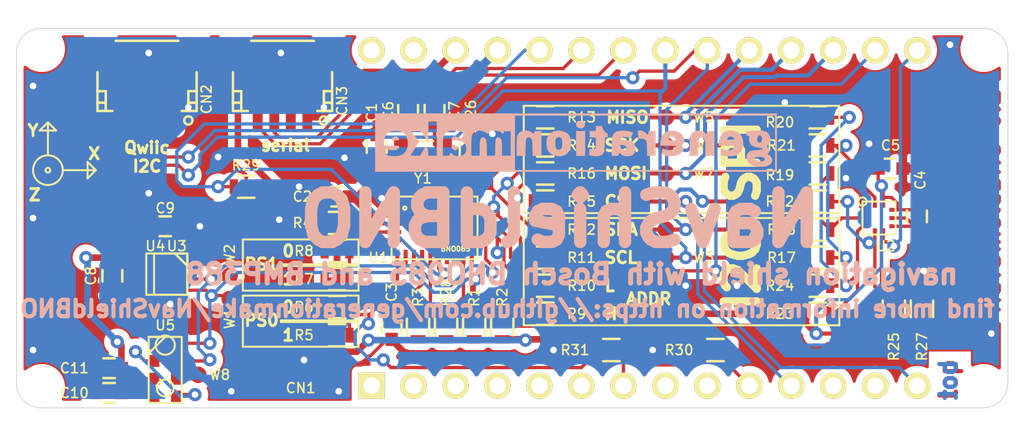
<source format=kicad_pcb>
(kicad_pcb (version 20171130) (host pcbnew 5.1.8-db9833491~87~ubuntu18.04.1)
  (layers (0 F.Cu signal) (31 B.Cu signal) (34 B.Paste user) (35 F.Paste user) (36 B.SilkS user) (37 F.SilkS user) (38 B.Mask user) (39 F.Mask user) (44 Edge.Cuts user))
  (net 0 "")
  (net 1 GND)
  (net 2 +3V3)
  (net 3 /CAP)
  (net 4 /BMP388_CS)
  (net 5 /BNO085_CS)
  (net 6 /BMP388_INT)
  (net 7 /BNO085_INT)
  (net 8 /SPI_MOSI)
  (net 9 /SPI_SCK)
  (net 10 /SPI_MISO)
  (net 11 /I2C_SDA)
  (net 12 /I2C_SCL)
  (net 13 /SERIAL_RX)
  (net 14 /SERIAL_TX)
  (net 15 /RESET)
  (net 16 /ENV_SCL)
  (net 17 /ENV_SDA)
  (net 18 /CLKSEL0)
  (net 19 /BOOTN)
  (net 20 /PS0)
  (net 21 /PS1)
  (net 22 /SCK)
  (net 23 /SDI)
  (net 24 /SDO)
  (net 25 /CSB)
  (net 26 /CLKSEL1)
  (net 27 /BNO085_H_MOSI)
  (net 28 /BNO085_H_SCK)
  (net 29 /BNO085_H_MISO)
  (net 30 /BNO085_H_CSN)
  (net 31 /WAKE_1)
  (net 32 /WAKE_2)
  (net 33 /XIN32)
  (net 34 "Net-(U5-Pad2)")
  (net 35 /INT)
  (module resistors:R_0603 (layer F.Cu) (at 101 168)
    (fp_text reference R31 (at -2.2 0) (layer F.SilkS) (effects (font (size 0.6 0.6) (thickness 0.1))))
    (fp_text value DNI)
    (pad 2 smd rect (at 0.75 0) (size 0.5 0.9) (layers F.Cu F.Paste F.Mask) (net 32 /WAKE_2))
    (pad 1 smd rect (at -0.75 0) (size 0.5 0.9) (layers F.Cu F.Paste F.Mask) (net 20 /PS0))
  )
  (module capacitors:C_0603 (layer F.Cu) (at 86.8 155.7 90)
    (fp_text reference C1 (at 2.1 -0.3 90) (layer F.SilkS) (effects (font (size 0.6 0.6) (thickness 0.1))))
    (fp_text value 100nF)
    (pad 2 smd rect (at 0.75 0 90) (size 0.8 0.75) (layers F.Cu F.Paste F.Mask) (net 1 GND))
    (pad 1 smd rect (at -0.75 0 90) (size 0.8 0.75) (layers F.Cu F.Paste F.Mask) (net 2 +3V3))
  )
  (module capacitors:C_0603 (layer F.Cu) (at 84.4 158.7 180)
    (fp_text reference C2 (at 2.1 0) (layer F.SilkS) (effects (font (size 0.6 0.6) (thickness 0.1))))
    (fp_text value 100nF)
    (pad 2 smd rect (at 0.75 0 180) (size 0.8 0.75) (layers F.Cu F.Paste F.Mask) (net 1 GND))
    (pad 1 smd rect (at -0.75 0 180) (size 0.8 0.75) (layers F.Cu F.Paste F.Mask) (net 2 +3V3))
  )
  (module capacitors:C_0603 (layer F.Cu) (at 87.7 166.6 270)
    (fp_text reference C3 (at -2.1 0 90) (layer F.SilkS) (effects (font (size 0.6 0.6) (thickness 0.1))))
    (fp_text value 100nF)
    (pad 2 smd rect (at 0.75 0 270) (size 0.8 0.75) (layers F.Cu F.Paste F.Mask) (net 1 GND))
    (pad 1 smd rect (at -0.75 0 270) (size 0.8 0.75) (layers F.Cu F.Paste F.Mask) (net 3 /CAP))
  )
  (module capacitors:C_0603 (layer F.Cu) (at 119.5 159.9 270)
    (fp_text reference C4 (at -2.2 -0.2 90) (layer F.SilkS) (effects (font (size 0.6 0.6) (thickness 0.1))))
    (fp_text value 100nF)
    (pad 2 smd rect (at 0.75 0 270) (size 0.8 0.75) (layers F.Cu F.Paste F.Mask) (net 1 GND))
    (pad 1 smd rect (at -0.75 0 270) (size 0.8 0.75) (layers F.Cu F.Paste F.Mask) (net 2 +3V3))
  )
  (module capacitors:C_0603 (layer F.Cu) (at 117.9 157)
    (fp_text reference C5 (at 0 -1.4) (layer F.SilkS) (effects (font (size 0.6 0.6) (thickness 0.1))))
    (fp_text value 100nF)
    (pad 2 smd rect (at 0.75 0) (size 0.8 0.75) (layers F.Cu F.Paste F.Mask) (net 1 GND))
    (pad 1 smd rect (at -0.75 0) (size 0.8 0.75) (layers F.Cu F.Paste F.Mask) (net 2 +3V3))
  )
  (module connectors_JST_SH:Connectors_JST_SM04B-SRSS-TB (layer F.Cu) (at 72.9 151.9 180)
    (fp_text reference CN2 (at -3.6 -0.9 270) (layer F.SilkS) (effects (font (size 0.6 0.6) (thickness 0.1))))
    (fp_text value CONN_01X04)
    (pad "" smd rect (at 2.8 1.9375 180) (size 1.2 1.8) (layers F.Cu F.Paste F.Mask))
    (pad "" smd rect (at -2.8 1.9375 180) (size 1.2 1.8) (layers F.Cu F.Paste F.Mask))
    (pad 4 smd rect (at 1.5 -1.9375 180) (size 0.6 1.55) (layers F.Cu F.Paste F.Mask) (net 12 /I2C_SCL))
    (pad 3 smd rect (at 0.5 -1.9375 180) (size 0.6 1.55) (layers F.Cu F.Paste F.Mask) (net 11 /I2C_SDA))
    (pad 2 smd rect (at -0.5 -1.9375 180) (size 0.6 1.55) (layers F.Cu F.Paste F.Mask) (net 2 +3V3))
    (pad 1 smd rect (at -1.5 -1.9375 180) (size 0.6 1.55) (layers F.Cu F.Paste F.Mask) (net 1 GND))
  )
  (module connectors_JST_SH:Connectors_JST_SM04B-SRSS-TB (layer F.Cu) (at 81.1 151.9 180)
    (fp_text reference CN3 (at -3.6 -1 270) (layer F.SilkS) (effects (font (size 0.6 0.6) (thickness 0.1))))
    (fp_text value CONN_01X04)
    (pad "" smd rect (at 2.8 1.9375 180) (size 1.2 1.8) (layers F.Cu F.Paste F.Mask))
    (pad "" smd rect (at -2.8 1.9375 180) (size 1.2 1.8) (layers F.Cu F.Paste F.Mask))
    (pad 4 smd rect (at 1.5 -1.9375 180) (size 0.6 1.55) (layers F.Cu F.Paste F.Mask) (net 13 /SERIAL_RX))
    (pad 3 smd rect (at 0.5 -1.9375 180) (size 0.6 1.55) (layers F.Cu F.Paste F.Mask) (net 14 /SERIAL_TX))
    (pad 2 smd rect (at -0.5 -1.9375 180) (size 0.6 1.55) (layers F.Cu F.Paste F.Mask) (net 2 +3V3))
    (pad 1 smd rect (at -1.5 -1.9375 180) (size 0.6 1.55) (layers F.Cu F.Paste F.Mask) (net 1 GND))
  )
  (module resistors:R_0603 (layer F.Cu) (at 92.7 166.6 90)
    (fp_text reference R1 (at 1.8 0 90) (layer F.SilkS) (effects (font (size 0.6 0.6) (thickness 0.1))))
    (fp_text value 10k)
    (pad 2 smd rect (at 0.75 0 90) (size 0.5 0.9) (layers F.Cu F.Paste F.Mask) (net 16 /ENV_SCL))
    (pad 1 smd rect (at -0.75 0 90) (size 0.5 0.9) (layers F.Cu F.Paste F.Mask) (net 2 +3V3))
  )
  (module resistors:R_0603 (layer F.Cu) (at 94.4 166.6 90)
    (fp_text reference R2 (at 1.8 0 90) (layer F.SilkS) (effects (font (size 0.6 0.6) (thickness 0.1))))
    (fp_text value 10k)
    (pad 2 smd rect (at 0.75 0 90) (size 0.5 0.9) (layers F.Cu F.Paste F.Mask) (net 17 /ENV_SDA))
    (pad 1 smd rect (at -0.75 0 90) (size 0.5 0.9) (layers F.Cu F.Paste F.Mask) (net 2 +3V3))
  )
  (module resistors:R_0603 (layer F.Cu) (at 89.3 166.6 90)
    (fp_text reference R3 (at 1.8 0 90) (layer F.SilkS) (effects (font (size 0.6 0.6) (thickness 0.1))))
    (fp_text value 0R)
    (pad 2 smd rect (at 0.75 0 90) (size 0.5 0.9) (layers F.Cu F.Paste F.Mask) (net 18 /CLKSEL0))
    (pad 1 smd rect (at -0.75 0 90) (size 0.5 0.9) (layers F.Cu F.Paste F.Mask) (net 2 +3V3))
  )
  (module resistors:R_0603 (layer F.Cu) (at 84.4 160.3)
    (fp_text reference R4 (at -2.1 0) (layer F.SilkS) (effects (font (size 0.6 0.6) (thickness 0.1))))
    (fp_text value 10k)
    (pad 2 smd rect (at 0.75 0) (size 0.5 0.9) (layers F.Cu F.Paste F.Mask) (net 19 /BOOTN))
    (pad 1 smd rect (at -0.75 0) (size 0.5 0.9) (layers F.Cu F.Paste F.Mask) (net 2 +3V3))
  )
  (module resistors:R_0603 (layer F.Cu) (at 84.4 167.1)
    (fp_text reference R5 (at -2 0) (layer F.SilkS) (effects (font (size 0.6 0.6) (thickness 0.1))))
    (fp_text value 10k)
    (pad 2 smd rect (at 0.75 0) (size 0.5 0.9) (layers F.Cu F.Paste F.Mask) (net 20 /PS0))
    (pad 1 smd rect (at -0.75 0) (size 0.5 0.9) (layers F.Cu F.Paste F.Mask) (net 2 +3V3))
  )
  (module resistors:R_0603 (layer F.Cu) (at 84.4 165.4 180)
    (fp_text reference R6 (at 2 0) (layer F.SilkS) (effects (font (size 0.6 0.6) (thickness 0.1))))
    (fp_text value DNI)
    (pad 2 smd rect (at 0.75 0 180) (size 0.5 0.9) (layers F.Cu F.Paste F.Mask) (net 1 GND))
    (pad 1 smd rect (at -0.75 0 180) (size 0.5 0.9) (layers F.Cu F.Paste F.Mask) (net 20 /PS0))
  )
  (module resistors:R_0603 (layer F.Cu) (at 84.4 163.7)
    (fp_text reference R7 (at -2 0) (layer F.SilkS) (effects (font (size 0.6 0.6) (thickness 0.1))))
    (fp_text value 10k)
    (pad 2 smd rect (at 0.75 0) (size 0.5 0.9) (layers F.Cu F.Paste F.Mask) (net 21 /PS1))
    (pad 1 smd rect (at -0.75 0) (size 0.5 0.9) (layers F.Cu F.Paste F.Mask) (net 2 +3V3))
  )
  (module resistors:R_0603 (layer F.Cu) (at 84.4 162 180)
    (fp_text reference R8 (at 2 0) (layer F.SilkS) (effects (font (size 0.6 0.6) (thickness 0.1))))
    (fp_text value DNI)
    (pad 2 smd rect (at 0.75 0 180) (size 0.5 0.9) (layers F.Cu F.Paste F.Mask) (net 1 GND))
    (pad 1 smd rect (at -0.75 0 180) (size 0.5 0.9) (layers F.Cu F.Paste F.Mask) (net 21 /PS1))
  )
  (module resistors:R_0603 (layer F.Cu) (at 97 165.8 180)
    (fp_text reference R9 (at -1.9 0) (layer F.SilkS) (effects (font (size 0.6 0.6) (thickness 0.1))))
    (fp_text value DNI)
    (pad 2 smd rect (at 0.75 0 180) (size 0.5 0.9) (layers F.Cu F.Paste F.Mask) (net 27 /BNO085_H_MOSI))
    (pad 1 smd rect (at -0.75 0 180) (size 0.5 0.9) (layers F.Cu F.Paste F.Mask) (net 2 +3V3))
  )
  (module resistors:R_0603 (layer F.Cu) (at 97 164.1)
    (fp_text reference R10 (at 2.2 0) (layer F.SilkS) (effects (font (size 0.6 0.6) (thickness 0.1))))
    (fp_text value DNI)
    (pad 2 smd rect (at 0.75 0) (size 0.5 0.9) (layers F.Cu F.Paste F.Mask) (net 1 GND))
    (pad 1 smd rect (at -0.75 0) (size 0.5 0.9) (layers F.Cu F.Paste F.Mask) (net 27 /BNO085_H_MOSI))
  )
  (module resistors:R_0603 (layer F.Cu) (at 97 162.4)
    (fp_text reference R11 (at 2.2 0) (layer F.SilkS) (effects (font (size 0.6 0.6) (thickness 0.1))))
    (fp_text value DNI)
    (pad 2 smd rect (at 0.75 0) (size 0.5 0.9) (layers F.Cu F.Paste F.Mask) (net 12 /I2C_SCL))
    (pad 1 smd rect (at -0.75 0) (size 0.5 0.9) (layers F.Cu F.Paste F.Mask) (net 28 /BNO085_H_SCK))
  )
  (module resistors:R_0603 (layer F.Cu) (at 97 160.7)
    (fp_text reference R12 (at 2.2 0) (layer F.SilkS) (effects (font (size 0.6 0.6) (thickness 0.1))))
    (fp_text value DNI)
    (pad 2 smd rect (at 0.75 0) (size 0.5 0.9) (layers F.Cu F.Paste F.Mask) (net 11 /I2C_SDA))
    (pad 1 smd rect (at -0.75 0) (size 0.5 0.9) (layers F.Cu F.Paste F.Mask) (net 29 /BNO085_H_MISO))
  )
  (module resistors:R_0603 (layer F.Cu) (at 97 153.9)
    (fp_text reference R13 (at 2.2 0) (layer F.SilkS) (effects (font (size 0.6 0.6) (thickness 0.1))))
    (fp_text value 0R)
    (pad 2 smd rect (at 0.75 0) (size 0.5 0.9) (layers F.Cu F.Paste F.Mask) (net 10 /SPI_MISO))
    (pad 1 smd rect (at -0.75 0) (size 0.5 0.9) (layers F.Cu F.Paste F.Mask) (net 29 /BNO085_H_MISO))
  )
  (module resistors:R_0603 (layer F.Cu) (at 97 155.6)
    (fp_text reference R14 (at 2.2 0) (layer F.SilkS) (effects (font (size 0.6 0.6) (thickness 0.1))))
    (fp_text value 0R)
    (pad 2 smd rect (at 0.75 0) (size 0.5 0.9) (layers F.Cu F.Paste F.Mask) (net 9 /SPI_SCK))
    (pad 1 smd rect (at -0.75 0) (size 0.5 0.9) (layers F.Cu F.Paste F.Mask) (net 28 /BNO085_H_SCK))
  )
  (module resistors:R_0603 (layer F.Cu) (at 97 159)
    (fp_text reference R15 (at 2.2 0) (layer F.SilkS) (effects (font (size 0.6 0.6) (thickness 0.1))))
    (fp_text value 0R)
    (pad 2 smd rect (at 0.75 0) (size 0.5 0.9) (layers F.Cu F.Paste F.Mask) (net 5 /BNO085_CS))
    (pad 1 smd rect (at -0.75 0) (size 0.5 0.9) (layers F.Cu F.Paste F.Mask) (net 30 /BNO085_H_CSN))
  )
  (module resistors:R_0603 (layer F.Cu) (at 97 157.3)
    (fp_text reference R16 (at 2.2 0) (layer F.SilkS) (effects (font (size 0.6 0.6) (thickness 0.1))))
    (fp_text value 0R)
    (pad 2 smd rect (at 0.75 0) (size 0.5 0.9) (layers F.Cu F.Paste F.Mask) (net 8 /SPI_MOSI))
    (pad 1 smd rect (at -0.75 0) (size 0.5 0.9) (layers F.Cu F.Paste F.Mask) (net 27 /BNO085_H_MOSI))
  )
  (module resistors:R_0603 (layer F.Cu) (at 113.5 162.4 180)
    (fp_text reference R17 (at 2.2 0) (layer F.SilkS) (effects (font (size 0.6 0.6) (thickness 0.1))))
    (fp_text value DNI)
    (pad 2 smd rect (at 0.75 0 180) (size 0.5 0.9) (layers F.Cu F.Paste F.Mask) (net 12 /I2C_SCL))
    (pad 1 smd rect (at -0.75 0 180) (size 0.5 0.9) (layers F.Cu F.Paste F.Mask) (net 22 /SCK))
  )
  (module resistors:R_0603 (layer F.Cu) (at 113.5 160.7 180)
    (fp_text reference R18 (at 2.2 0) (layer F.SilkS) (effects (font (size 0.6 0.6) (thickness 0.1))))
    (fp_text value DNI)
    (pad 2 smd rect (at 0.75 0 180) (size 0.5 0.9) (layers F.Cu F.Paste F.Mask) (net 11 /I2C_SDA))
    (pad 1 smd rect (at -0.75 0 180) (size 0.5 0.9) (layers F.Cu F.Paste F.Mask) (net 23 /SDI))
  )
  (module resistors:R_0603 (layer F.Cu) (at 113.5 157.3 180)
    (fp_text reference R19 (at 2.3 -0.1) (layer F.SilkS) (effects (font (size 0.6 0.6) (thickness 0.1))))
    (fp_text value 0R)
    (pad 2 smd rect (at 0.75 0 180) (size 0.5 0.9) (layers F.Cu F.Paste F.Mask) (net 8 /SPI_MOSI))
    (pad 1 smd rect (at -0.75 0 180) (size 0.5 0.9) (layers F.Cu F.Paste F.Mask) (net 23 /SDI))
  )
  (module resistors:R_0603 (layer F.Cu) (at 113.5 153.9 180)
    (fp_text reference R20 (at 2.3 -0.3) (layer F.SilkS) (effects (font (size 0.6 0.6) (thickness 0.1))))
    (fp_text value 0R)
    (pad 2 smd rect (at 0.75 0 180) (size 0.5 0.9) (layers F.Cu F.Paste F.Mask) (net 10 /SPI_MISO))
    (pad 1 smd rect (at -0.75 0 180) (size 0.5 0.9) (layers F.Cu F.Paste F.Mask) (net 24 /SDO))
  )
  (module resistors:R_0603 (layer F.Cu) (at 113.5 155.6 180)
    (fp_text reference R21 (at 2.2 0) (layer F.SilkS) (effects (font (size 0.6 0.6) (thickness 0.1))))
    (fp_text value 0R)
    (pad 2 smd rect (at 0.75 0 180) (size 0.5 0.9) (layers F.Cu F.Paste F.Mask) (net 9 /SPI_SCK))
    (pad 1 smd rect (at -0.75 0 180) (size 0.5 0.9) (layers F.Cu F.Paste F.Mask) (net 22 /SCK))
  )
  (module resistors:R_0603 (layer F.Cu) (at 113.5 159 180)
    (fp_text reference R22 (at 2.3 0) (layer F.SilkS) (effects (font (size 0.6 0.6) (thickness 0.1))))
    (fp_text value 0R)
    (pad 2 smd rect (at 0.75 0 180) (size 0.5 0.9) (layers F.Cu F.Paste F.Mask) (net 4 /BMP388_CS))
    (pad 1 smd rect (at -0.75 0 180) (size 0.5 0.9) (layers F.Cu F.Paste F.Mask) (net 25 /CSB))
  )
  (module resistors:R_0603 (layer F.Cu) (at 113.5 165.8)
    (fp_text reference R23 (at -2.3 0) (layer F.SilkS) (effects (font (size 0.6 0.6) (thickness 0.1))))
    (fp_text value DNI)
    (pad 2 smd rect (at 0.75 0) (size 0.5 0.9) (layers F.Cu F.Paste F.Mask) (net 24 /SDO))
    (pad 1 smd rect (at -0.75 0) (size 0.5 0.9) (layers F.Cu F.Paste F.Mask) (net 2 +3V3))
  )
  (module resistors:R_0603 (layer F.Cu) (at 113.5 164.1 180)
    (fp_text reference R24 (at 2.3 0) (layer F.SilkS) (effects (font (size 0.6 0.6) (thickness 0.1))))
    (fp_text value DNI)
    (pad 2 smd rect (at 0.75 0 180) (size 0.5 0.9) (layers F.Cu F.Paste F.Mask) (net 1 GND))
    (pad 1 smd rect (at -0.75 0 180) (size 0.5 0.9) (layers F.Cu F.Paste F.Mask) (net 24 /SDO))
  )
  (module resistors:R_0603 (layer F.Cu) (at 118.1 165.5 270)
    (fp_text reference R25 (at 2.3 0 90) (layer F.SilkS) (effects (font (size 0.6 0.6) (thickness 0.1))))
    (fp_text value DNI)
    (pad 2 smd rect (at 0.75 0 270) (size 0.5 0.9) (layers F.Cu F.Paste F.Mask) (net 2 +3V3))
    (pad 1 smd rect (at -0.75 0 270) (size 0.5 0.9) (layers F.Cu F.Paste F.Mask) (net 25 /CSB))
  )
  (module resistors:R_0603 (layer F.Cu) (at 92.5 155.9 90)
    (fp_text reference R26 (at 2.2 0 90) (layer F.SilkS) (effects (font (size 0.6 0.6) (thickness 0.1))))
    (fp_text value 0R)
    (pad 2 smd rect (at 0.75 0 90) (size 0.5 0.9) (layers F.Cu F.Paste F.Mask) (net 1 GND))
    (pad 1 smd rect (at -0.75 0 90) (size 0.5 0.9) (layers F.Cu F.Paste F.Mask) (net 26 /CLKSEL1))
  )
  (module resistors:R_0603 (layer F.Cu) (at 119.8 165.5 90)
    (fp_text reference R27 (at -2.3 0 90) (layer F.SilkS) (effects (font (size 0.6 0.6) (thickness 0.1))))
    (fp_text value 10k)
    (pad 2 smd rect (at 0.75 0 90) (size 0.5 0.9) (layers F.Cu F.Paste F.Mask) (net 6 /BMP388_INT))
    (pad 1 smd rect (at -0.75 0 90) (size 0.5 0.9) (layers F.Cu F.Paste F.Mask) (net 2 +3V3))
  )
  (module resistors:R_0603 (layer F.Cu) (at 91 166.6 90)
    (fp_text reference R28 (at 2.1 0 90) (layer F.SilkS) (effects (font (size 0.6 0.6) (thickness 0.1))))
    (fp_text value 10k)
    (pad 2 smd rect (at 0.75 0 90) (size 0.5 0.9) (layers F.Cu F.Paste F.Mask) (net 7 /BNO085_INT))
    (pad 1 smd rect (at -0.75 0 90) (size 0.5 0.9) (layers F.Cu F.Paste F.Mask) (net 2 +3V3))
  )
  (module resistors:R_0603 (layer F.Cu) (at 78.9 158.1 180)
    (fp_text reference R29 (at 0 1.3) (layer F.SilkS) (effects (font (size 0.6 0.6) (thickness 0.1))))
    (fp_text value 100k)
    (pad 2 smd rect (at 0.75 0 180) (size 0.5 0.9) (layers F.Cu F.Paste F.Mask) (net 15 /RESET))
    (pad 1 smd rect (at -0.75 0 180) (size 0.5 0.9) (layers F.Cu F.Paste F.Mask) (net 2 +3V3))
  )
  (module resistors:R_0603 (layer F.Cu) (at 107.3 168)
    (fp_text reference R30 (at -2.2 0) (layer F.SilkS) (effects (font (size 0.6 0.6) (thickness 0.1))))
    (fp_text value 0R)
    (pad 2 smd rect (at 0.75 0) (size 0.5 0.9) (layers F.Cu F.Paste F.Mask) (net 31 /WAKE_1))
    (pad 1 smd rect (at -0.75 0) (size 0.5 0.9) (layers F.Cu F.Paste F.Mask) (net 20 /PS0))
  )
  (module LGA:LGA-28-5832 (layer F.Cu) (at 90.3 160.6)
    (fp_text reference U1 (at -3.4 1.8) (layer F.SilkS) (effects (font (size 0.6 0.6) (thickness 0.1))))
    (fp_text value BNO085 (at 1.27 1.27) (layer F.SilkS) (effects (font (size 0.3 0.3) (thickness 0.075))))
    (pad 28 smd rect (at -1.75 -1.7625) (size 0.25 0.875) (layers F.Cu F.Paste F.Mask) (net 2 +3V3))
    (pad 27 smd rect (at -1.25 -1.7625) (size 0.25 0.875) (layers F.Cu F.Paste F.Mask) (net 33 /XIN32))
    (pad 26 smd rect (at -0.75 -1.7625) (size 0.25 0.875) (layers F.Cu F.Paste F.Mask) (net 26 /CLKSEL1))
    (pad 25 smd rect (at -0.25 -1.7625) (size 0.25 0.875) (layers F.Cu F.Paste F.Mask) (net 1 GND))
    (pad 24 smd rect (at 0.25 -1.7625) (size 0.25 0.875) (layers F.Cu F.Paste F.Mask))
    (pad 23 smd rect (at 0.75 -1.7625) (size 0.25 0.875) (layers F.Cu F.Paste F.Mask))
    (pad 22 smd rect (at 1.25 -1.7625) (size 0.25 0.875) (layers F.Cu F.Paste F.Mask))
    (pad 21 smd rect (at 1.75 -1.7625) (size 0.25 0.875) (layers F.Cu F.Paste F.Mask))
    (pad 20 smd rect (at 2.25 -1.7625) (size 0.25 0.875) (layers F.Cu F.Paste F.Mask) (net 29 /BNO085_H_MISO))
    (pad 19 smd rect (at 2.4625 -0.75) (size 0.875 0.25) (layers F.Cu F.Paste F.Mask) (net 28 /BNO085_H_SCK))
    (pad 18 smd rect (at 2.4625 -0.25) (size 0.875 0.25) (layers F.Cu F.Paste F.Mask) (net 30 /BNO085_H_CSN))
    (pad 17 smd rect (at 2.4625 0.25) (size 0.875 0.25) (layers F.Cu F.Paste F.Mask) (net 27 /BNO085_H_MOSI))
    (pad 16 smd rect (at 2.4625 0.75) (size 0.875 0.25) (layers F.Cu F.Paste F.Mask) (net 17 /ENV_SDA))
    (pad 15 smd rect (at 2.25 1.7625) (size 0.25 0.875) (layers F.Cu F.Paste F.Mask) (net 16 /ENV_SCL))
    (pad 14 smd rect (at 1.75 1.7625) (size 0.25 0.875) (layers F.Cu F.Paste F.Mask) (net 7 /BNO085_INT))
    (pad 13 smd rect (at 1.25 1.7625) (size 0.25 0.875) (layers F.Cu F.Paste F.Mask))
    (pad 12 smd rect (at 0.75 1.7625) (size 0.25 0.875) (layers F.Cu F.Paste F.Mask))
    (pad 11 smd rect (at 0.25 1.7625) (size 0.25 0.875) (layers F.Cu F.Paste F.Mask) (net 15 /RESET))
    (pad 10 smd rect (at -0.25 1.7625) (size 0.25 0.875) (layers F.Cu F.Paste F.Mask) (net 18 /CLKSEL0))
    (pad 9 smd rect (at -0.75 1.7625) (size 0.25 0.875) (layers F.Cu F.Paste F.Mask) (net 3 /CAP))
    (pad 8 smd rect (at -1.25 1.7625) (size 0.25 0.875) (layers F.Cu F.Paste F.Mask))
    (pad 7 smd rect (at -1.75 1.7625) (size 0.25 0.875) (layers F.Cu F.Paste F.Mask))
    (pad 6 smd rect (at -2.25 1.7625) (size 0.25 0.875) (layers F.Cu F.Paste F.Mask) (net 20 /PS0))
    (pad 5 smd rect (at -2.4625 0.75) (size 0.875 0.25) (layers F.Cu F.Paste F.Mask) (net 21 /PS1))
    (pad 4 smd rect (at -2.4625 0.25) (size 0.875 0.25) (layers F.Cu F.Paste F.Mask) (net 19 /BOOTN))
    (pad 3 smd rect (at -2.4625 -0.25) (size 0.875 0.25) (layers F.Cu F.Paste F.Mask) (net 2 +3V3))
    (pad 2 smd rect (at -2.4625 -0.75) (size 0.875 0.25) (layers F.Cu F.Paste F.Mask) (net 1 GND))
    (pad 1 smd rect (at -2.25 -1.7625) (size 0.25 0.875) (layers F.Cu F.Paste F.Mask))
  )
  (module IC_sensor:BMP388 (layer F.Cu) (at 117.2 160)
    (fp_text reference U2 (at 0.4 1.7) (layer F.SilkS) (effects (font (size 0.6 0.6) (thickness 0.1))))
    (fp_text value BMP388)
    (pad 10 smd rect (at 0.7625 -0.5) (size 0.275 0.25) (layers F.Cu F.Paste F.Mask) (net 2 +3V3))
    (pad 9 smd rect (at 0.7625 0) (size 0.275 0.25) (layers F.Cu F.Paste F.Mask) (net 1 GND))
    (pad 8 smd rect (at 0.7625 0.5) (size 0.275 0.25) (layers F.Cu F.Paste F.Mask) (net 1 GND))
    (pad 7 smd rect (at 0.25 0.7625 270) (size 0.275 0.25) (layers F.Cu F.Paste F.Mask) (net 6 /BMP388_INT))
    (pad 6 smd rect (at -0.25 0.7625 270) (size 0.275 0.25) (layers F.Cu F.Paste F.Mask) (net 25 /CSB))
    (pad 5 smd rect (at -0.7625 0.5 180) (size 0.275 0.25) (layers F.Cu F.Paste F.Mask) (net 24 /SDO))
    (pad 4 smd rect (at -0.7625 0 180) (size 0.275 0.25) (layers F.Cu F.Paste F.Mask) (net 23 /SDI))
    (pad 3 smd rect (at -0.7625 -0.5 180) (size 0.275 0.25) (layers F.Cu F.Paste F.Mask) (net 1 GND))
    (pad 2 smd rect (at -0.25 -0.7625 90) (size 0.275 0.25) (layers F.Cu F.Paste F.Mask) (net 22 /SCK))
    (pad 1 smd rect (at 0.25 -0.7625 90) (size 0.275 0.25) (layers F.Cu F.Paste F.Mask) (net 2 +3V3))
  )
  (module MODULE_compute:ARDUINO_MKR_HOLES (layer F.Cu) (at 103 160)
    (fp_text reference CN1 (at -20.8 10.3) (layer F.SilkS) (effects (font (size 0.6 0.6) (thickness 0.1))))
    (fp_text value ARDUINO_MKR)
    (pad "" np_thru_hole circle (at -36.47 -10.25) (size 2 2) (drill 2) (layers *.Cu *.Mask))
    (pad "" np_thru_hole circle (at -36.47 10.25) (size 2 2) (drill 2) (layers *.Cu *.Mask))
    (pad "" np_thru_hole circle (at 20.53 -10.25) (size 2 2) (drill 2) (layers *.Cu *.Mask))
    (pad "" np_thru_hole circle (at 20.53 10.25) (size 2 2) (drill 2) (layers *.Cu *.Mask))
    (pad 1 thru_hole rect (at -16.51 10.16) (size 1.6 1.6) (drill 1) (layers *.Cu *.Mask F.SilkS))
    (pad 2 thru_hole circle (at -13.97 10.16) (size 1.6 1.6) (drill 1) (layers *.Cu *.Mask F.SilkS))
    (pad 3 thru_hole circle (at -11.43 10.16) (size 1.6 1.6) (drill 1) (layers *.Cu *.Mask F.SilkS))
    (pad 4 thru_hole circle (at -8.89 10.16) (size 1.6 1.6) (drill 1) (layers *.Cu *.Mask F.SilkS))
    (pad 5 thru_hole circle (at -6.35 10.16) (size 1.6 1.6) (drill 1) (layers *.Cu *.Mask F.SilkS))
    (pad 6 thru_hole circle (at -3.81 10.16) (size 1.6 1.6) (drill 1) (layers *.Cu *.Mask F.SilkS))
    (pad 7 thru_hole circle (at -1.27 10.16) (size 1.6 1.6) (drill 1) (layers *.Cu *.Mask F.SilkS) (net 32 /WAKE_2))
    (pad 8 thru_hole circle (at 1.27 10.16) (size 1.6 1.6) (drill 1) (layers *.Cu *.Mask F.SilkS))
    (pad 9 thru_hole circle (at 3.81 10.16) (size 1.6 1.6) (drill 1) (layers *.Cu *.Mask F.SilkS))
    (pad 10 thru_hole circle (at 6.35 10.16) (size 1.6 1.6) (drill 1) (layers *.Cu *.Mask F.SilkS) (net 31 /WAKE_1))
    (pad 11 thru_hole circle (at 8.89 10.16) (size 1.6 1.6) (drill 1) (layers *.Cu *.Mask F.SilkS) (net 4 /BMP388_CS))
    (pad 12 thru_hole circle (at 11.43 10.16) (size 1.6 1.6) (drill 1) (layers *.Cu *.Mask F.SilkS))
    (pad 13 thru_hole circle (at 13.97 10.16) (size 1.6 1.6) (drill 1) (layers *.Cu *.Mask F.SilkS))
    (pad 14 thru_hole circle (at 16.51 10.16) (size 1.6 1.6) (drill 1) (layers *.Cu *.Mask F.SilkS) (net 5 /BNO085_CS))
    (pad 15 thru_hole circle (at 16.51 -10.16) (size 1.6 1.6) (drill 1) (layers *.Cu *.Mask F.SilkS) (net 6 /BMP388_INT))
    (pad 16 thru_hole circle (at 13.97 -10.16) (size 1.6 1.6) (drill 1) (layers *.Cu *.Mask F.SilkS) (net 7 /BNO085_INT))
    (pad 17 thru_hole circle (at 11.43 -10.16) (size 1.6 1.6) (drill 1) (layers *.Cu *.Mask F.SilkS) (net 8 /SPI_MOSI))
    (pad 18 thru_hole circle (at 8.89 -10.16) (size 1.6 1.6) (drill 1) (layers *.Cu *.Mask F.SilkS) (net 9 /SPI_SCK))
    (pad 19 thru_hole circle (at 6.35 -10.16) (size 1.6 1.6) (drill 1) (layers *.Cu *.Mask F.SilkS) (net 10 /SPI_MISO))
    (pad 20 thru_hole circle (at 3.81 -10.16) (size 1.6 1.6) (drill 1) (layers *.Cu *.Mask F.SilkS) (net 11 /I2C_SDA))
    (pad 21 thru_hole circle (at 1.27 -10.16) (size 1.6 1.6) (drill 1) (layers *.Cu *.Mask F.SilkS) (net 12 /I2C_SCL))
    (pad 22 thru_hole circle (at -1.27 -10.16) (size 1.6 1.6) (drill 1) (layers *.Cu *.Mask F.SilkS) (net 13 /SERIAL_RX))
    (pad 23 thru_hole circle (at -3.81 -10.16) (size 1.6 1.6) (drill 1) (layers *.Cu *.Mask F.SilkS) (net 14 /SERIAL_TX))
    (pad 24 thru_hole circle (at -6.35 -10.16) (size 1.6 1.6) (drill 1) (layers *.Cu *.Mask F.SilkS) (net 15 /RESET))
    (pad 25 thru_hole circle (at -8.89 -10.16) (size 1.6 1.6) (drill 1) (layers *.Cu *.Mask F.SilkS) (net 1 GND))
    (pad 26 thru_hole circle (at -11.43 -10.16) (size 1.6 1.6) (drill 1) (layers *.Cu *.Mask F.SilkS) (net 2 +3V3))
    (pad 27 thru_hole circle (at -13.97 -10.16) (size 1.6 1.6) (drill 1) (layers *.Cu *.Mask F.SilkS))
    (pad 28 thru_hole circle (at -16.51 -10.16) (size 1.6 1.6) (drill 1) (layers *.Cu *.Mask F.SilkS))
  )
  (module capacitors:C_0603 (layer F.Cu) (at 88.7 153.5 90)
    (fp_text reference C6 (at 0 -1.2 90) (layer F.SilkS) (effects (font (size 0.6 0.6) (thickness 0.1))))
    (fp_text value 22pF)
    (pad 2 smd rect (at 0.75 0 90) (size 0.8 0.75) (layers F.Cu F.Paste F.Mask) (net 1 GND))
    (pad 1 smd rect (at -0.75 0 90) (size 0.8 0.75) (layers F.Cu F.Paste F.Mask) (net 33 /XIN32))
  )
  (module capacitors:C_0603 (layer F.Cu) (at 90.3 153.5 90)
    (fp_text reference C7 (at 0 1.2 90) (layer F.SilkS) (effects (font (size 0.6 0.6) (thickness 0.1))))
    (fp_text value 22pF)
    (pad 2 smd rect (at 0.75 0 90) (size 0.8 0.75) (layers F.Cu F.Paste F.Mask) (net 1 GND))
    (pad 1 smd rect (at -0.75 0 90) (size 0.8 0.75) (layers F.Cu F.Paste F.Mask) (net 26 /CLKSEL1))
  )
  (module crystals:Crystal_SMD_3.2x1.5mm_2Pad (layer F.Cu) (at 89.6 156.1 180)
    (fp_text reference Y1 (at 0 -1.5) (layer F.SilkS) (effects (font (size 0.6 0.6) (thickness 0.1))))
    (fp_text value DNI)
    (pad 2 smd rect (at -1.25 0 180) (size 1 1.8) (layers F.Cu F.Paste F.Mask) (net 26 /CLKSEL1))
    (pad 1 smd rect (at 1.25 0 180) (size 1 1.8) (layers F.Cu F.Paste F.Mask) (net 33 /XIN32))
  )
  (module capacitors:C_0603 (layer F.Cu) (at 70.8 163.5 270)
    (fp_text reference C8 (at 0 1.3 90) (layer F.SilkS) (effects (font (size 0.6 0.6) (thickness 0.1))))
    (fp_text value 100nF)
    (pad 2 smd rect (at 0.75 0 270) (size 0.8 0.75) (layers F.Cu F.Paste F.Mask) (net 1 GND))
    (pad 1 smd rect (at -0.75 0 270) (size 0.8 0.75) (layers F.Cu F.Paste F.Mask) (net 2 +3V3))
  )
  (module capacitors:C_0603 (layer F.Cu) (at 74 160.5)
    (fp_text reference C9 (at 0 -1.1) (layer F.SilkS) (effects (font (size 0.6 0.6) (thickness 0.1))))
    (fp_text value 100nF)
    (pad 2 smd rect (at 0.75 0) (size 0.8 0.75) (layers F.Cu F.Paste F.Mask) (net 1 GND))
    (pad 1 smd rect (at -0.75 0) (size 0.8 0.75) (layers F.Cu F.Paste F.Mask) (net 2 +3V3))
  )
  (module IC_sensor:BMP280 (layer F.Cu) (at 74.325 163.4)
    (fp_text reference U3 (at 0.375 -1.7) (layer F.SilkS) (effects (font (size 0.6 0.6) (thickness 0.1))))
    (fp_text value BMP280)
    (pad 8 smd rect (at -0.8 -0.975) (size 0.5 0.35) (layers F.Cu F.Paste F.Mask) (net 2 +3V3))
    (pad 7 smd rect (at -0.8 -0.325) (size 0.5 0.35) (layers F.Cu F.Paste F.Mask) (net 1 GND))
    (pad 6 smd rect (at -0.8 0.325) (size 0.5 0.35) (layers F.Cu F.Paste F.Mask) (net 2 +3V3))
    (pad 5 smd rect (at -0.8 0.975) (size 0.5 0.35) (layers F.Cu F.Paste F.Mask) (net 1 GND))
    (pad 4 smd rect (at 0.8 0.975) (size 0.5 0.35) (layers F.Cu F.Paste F.Mask) (net 16 /ENV_SCL))
    (pad 3 smd rect (at 0.8 0.325) (size 0.5 0.35) (layers F.Cu F.Paste F.Mask) (net 17 /ENV_SDA))
    (pad 2 smd rect (at 0.8 -0.325) (size 0.5 0.35) (layers F.Cu F.Paste F.Mask) (net 2 +3V3))
    (pad 1 smd rect (at 0.8 -0.975) (size 0.5 0.35) (layers F.Cu F.Paste F.Mask) (net 1 GND))
  )
  (module IC_sensor:BME280 (layer F.Cu) (at 74.1 163.4)
    (fp_text reference U4 (at -0.7 -1.7) (layer F.SilkS) (effects (font (size 0.6 0.6) (thickness 0.1))))
    (fp_text value BME280)
    (pad 1 smd rect (at 1.025 -0.975) (size 0.5 0.35) (layers F.Cu F.Paste F.Mask) (net 1 GND))
    (pad 2 smd rect (at 1.025 -0.325) (size 0.5 0.35) (layers F.Cu F.Paste F.Mask) (net 2 +3V3))
    (pad 3 smd rect (at 1.025 0.325) (size 0.5 0.35) (layers F.Cu F.Paste F.Mask) (net 17 /ENV_SDA))
    (pad 4 smd rect (at 1.025 0.975) (size 0.5 0.35) (layers F.Cu F.Paste F.Mask) (net 16 /ENV_SCL))
    (pad 5 smd rect (at -1.025 0.975) (size 0.5 0.35) (layers F.Cu F.Paste F.Mask) (net 1 GND))
    (pad 6 smd rect (at -1.025 0.325) (size 0.5 0.35) (layers F.Cu F.Paste F.Mask) (net 2 +3V3))
    (pad 7 smd rect (at -1.025 -0.325) (size 0.5 0.35) (layers F.Cu F.Paste F.Mask) (net 1 GND))
    (pad 8 smd rect (at -1.025 -0.975) (size 0.5 0.35) (layers F.Cu F.Paste F.Mask) (net 2 +3V3))
  )
  (module capacitors:C_0603 (layer F.Cu) (at 70.6 170.6 180)
    (fp_text reference C10 (at 2.1 0) (layer F.SilkS) (effects (font (size 0.6 0.6) (thickness 0.1))))
    (fp_text value 100nF)
    (pad 2 smd rect (at 0.75 0 180) (size 0.8 0.75) (layers F.Cu F.Paste F.Mask) (net 1 GND))
    (pad 1 smd rect (at -0.75 0 180) (size 0.8 0.75) (layers F.Cu F.Paste F.Mask) (net 2 +3V3))
  )
  (module capacitors:C_0603 (layer F.Cu) (at 70.6 169.1 180)
    (fp_text reference C11 (at 2.1 0) (layer F.SilkS) (effects (font (size 0.6 0.6) (thickness 0.1))))
    (fp_text value 100nF)
    (pad 2 smd rect (at 0.75 0 180) (size 0.8 0.75) (layers F.Cu F.Paste F.Mask) (net 1 GND))
    (pad 1 smd rect (at -0.75 0 180) (size 0.8 0.75) (layers F.Cu F.Paste F.Mask) (net 2 +3V3))
  )
  (module IC_sensor:VCNL4040 (layer F.Cu) (at 74 169.2)
    (fp_text reference U5 (at 0 -2.7) (layer F.SilkS) (effects (font (size 0.6 0.6) (thickness 0.1))))
    (fp_text value VCNL4040)
    (pad 8 smd rect (at 0.7 -1.6125) (size 0.7 0.725) (layers F.Cu F.Paste F.Mask) (net 16 /ENV_SCL))
    (pad 7 smd rect (at 0.7 -0.5375) (size 0.7 0.725) (layers F.Cu F.Paste F.Mask) (net 17 /ENV_SDA))
    (pad 6 smd rect (at 0.7 0.5375) (size 0.7 0.725) (layers F.Cu F.Paste F.Mask) (net 35 /INT))
    (pad 5 smd rect (at 0.7 1.6125) (size 0.7 0.725) (layers F.Cu F.Paste F.Mask) (net 34 "Net-(U5-Pad2)"))
    (pad 4 smd rect (at -0.7 1.6125) (size 0.7 0.725) (layers F.Cu F.Paste F.Mask) (net 2 +3V3))
    (pad 3 smd rect (at -0.7 0.5375) (size 0.7 0.725) (layers F.Cu F.Paste F.Mask) (net 2 +3V3))
    (pad 2 smd rect (at -0.7 -0.5375) (size 0.7 0.725) (layers F.Cu F.Paste F.Mask) (net 34 "Net-(U5-Pad2)"))
    (pad 1 smd rect (at -0.7 -1.6125) (size 0.7 0.725) (layers F.Cu F.Paste F.Mask) (net 1 GND))
  )
  (module labels:generationmake_small_solder (layer F.Cu) (at 124.1 157.8 90)
    (fp_text reference L1 hide)
    (fp_text value Label hide)
  )
  (module wire_pads:SolderWirePad_single_1mmSMD (layer F.Cu) (at 77.9 164.9)
    (fp_text reference W1 (at 0 1.2 90) (layer F.SilkS) (effects (font (size 0.6 0.6) (thickness 0.1))))
    (fp_text value TEST_1P)
    (pad 1 smd circle (at 0 0) (size 1 1) (layers F.Cu F.Mask) (net 16 /ENV_SCL))
  )
  (module wire_pads:SolderWirePad_single_1mmSMD (layer F.Cu) (at 77.9 163.5)
    (fp_text reference W2 (at 0 -1.3 90) (layer F.SilkS) (effects (font (size 0.6 0.6) (thickness 0.1))))
    (fp_text value TEST_1P)
    (pad 1 smd circle (at 0 0) (size 1 1) (layers F.Cu F.Mask) (net 17 /ENV_SDA))
  )
  (module wire_pads:SolderWirePad_single_1mmSMD (layer F.Cu) (at 104.3 162.4)
    (fp_text reference W3 (at 2.3 0) (layer F.SilkS) (effects (font (size 0.6 0.6) (thickness 0.1))))
    (fp_text value TEST_1P)
    (pad 1 smd circle (at 0 0) (size 1 1) (layers F.Cu F.Mask) (net 12 /I2C_SCL))
  )
  (module wire_pads:SolderWirePad_single_1mmSMD (layer F.Cu) (at 104.3 160.7)
    (fp_text reference W4 (at 2.3 0) (layer F.SilkS) (effects (font (size 0.6 0.6) (thickness 0.1))))
    (fp_text value TEST_1P)
    (pad 1 smd circle (at 0 0) (size 1 1) (layers F.Cu F.Mask) (net 11 /I2C_SDA))
  )
  (module wire_pads:SolderWirePad_single_1mmSMD (layer F.Cu) (at 104.3 153.9)
    (fp_text reference W5 (at 2.3 0) (layer F.SilkS) (effects (font (size 0.6 0.6) (thickness 0.1))))
    (fp_text value TEST_1P)
    (pad 1 smd circle (at 0 0) (size 1 1) (layers F.Cu F.Mask) (net 10 /SPI_MISO))
  )
  (module wire_pads:SolderWirePad_single_1mmSMD (layer F.Cu) (at 104.3 155.6)
    (fp_text reference W6 (at 2.3 0) (layer F.SilkS) (effects (font (size 0.6 0.6) (thickness 0.1))))
    (fp_text value TEST_1P)
    (pad 1 smd circle (at 0 0) (size 1 1) (layers F.Cu F.Mask) (net 9 /SPI_SCK))
  )
  (module wire_pads:SolderWirePad_single_1mmSMD (layer F.Cu) (at 104.3 157.3)
    (fp_text reference W7 (at 2.3 0) (layer F.SilkS) (effects (font (size 0.6 0.6) (thickness 0.1))))
    (fp_text value TEST_1P)
    (pad 1 smd circle (at 0 0) (size 1 1) (layers F.Cu F.Mask) (net 8 /SPI_MOSI))
  )
  (module wire_pads:SolderWirePad_single_1mmSMD (layer F.Cu) (at 76 169.5)
    (fp_text reference W8 (at 1.3 0) (layer F.SilkS) (effects (font (size 0.6 0.6) (thickness 0.1))))
    (fp_text value TEST_1P)
    (pad 1 smd circle (at 0 0) (size 1 1) (layers F.Cu F.Mask) (net 35 /INT))
  )
  (module labels:generationmake_logo (layer B.Cu) (at 98.9 160.7 180)
    (fp_text reference L2 hide)
    (fp_text value Label hide)
  )
  (gr_text "find more information on https://github.com/generationmake/NavShieldBNO" (at 94.7 165.5) (layer B.SilkS) (effects (font (size 1 1) (thickness 0.25)) (justify mirror)))
  (gr_text "navigation shield with Bosch BNO085 and BMP388" (at 98.6 163.4) (layer B.SilkS) (effects (font (size 1.2 1.2) (thickness 0.3)) (justify mirror)))
  (gr_text NavShieldBNO (at 97.9 160.1) (layer B.SilkS) (effects (font (size 3 3) (thickness 0.75)) (justify mirror)))
  (gr_text bot (at 121.4 169.8 90) (layer B.Cu) (effects (font (size 1 1) (thickness 0.25)) (justify mirror)))
  (gr_text top (at 121.4 169.8 90) (layer F.Cu) (effects (font (size 1 1) (thickness 0.25))))
  (gr_text "NavShieldBNO 0.1" (at 124 159 90) (layer F.Cu) (effects (font (size 1 1) (thickness 0.25))))
  (gr_text Z (at 66.1 158.6) (layer F.SilkS) (effects (font (size 0.7 0.7) (thickness 0.175))))
  (gr_text Y (at 66 154.7) (layer F.SilkS) (effects (font (size 0.7 0.7) (thickness 0.175))))
  (gr_text X (at 69.7 156.1) (layer F.SilkS) (effects (font (size 0.7 0.7) (thickness 0.175))))
  (gr_line (start 67.4 154.7) (end 66.9 154.2) (layer F.SilkS) (width 0.12))
  (gr_line (start 66.4 154.7) (end 67.4 154.7) (layer F.SilkS) (width 0.12))
  (gr_line (start 66.9 154.2) (end 66.4 154.7) (layer F.SilkS) (width 0.12))
  (gr_line (start 69.3 157.6) (end 69.8 157.1) (layer F.SilkS) (width 0.12))
  (gr_line (start 69.3 156.6) (end 69.3 157.6) (layer F.SilkS) (width 0.12))
  (gr_line (start 69.8 157.1) (end 69.3 156.6) (layer F.SilkS) (width 0.12))
  (gr_line (start 67.8 157.1) (end 69.8 157.1) (layer F.SilkS) (width 0.12))
  (gr_line (start 66.9 156.2) (end 66.9 154.2) (layer F.SilkS) (width 0.12))
  (gr_circle (center 66.9 157.1) (end 67 157.2) (layer F.SilkS) (width 0.12))
  (gr_circle (center 66.9 157.1) (end 67.8 157.1) (layer F.SilkS) (width 0.12))
  (gr_text "Qwiic\nI2C" (at 72.9 156.3) (layer F.SilkS) (effects (font (size 0.7 0.7) (thickness 0.175))))
  (gr_text serial (at 79.7 155.6) (layer F.SilkS) (effects (font (size 0.7 0.7) (thickness 0.175)) (justify left)))
  (gr_line (start 81 166.3) (end 85.7 166.3) (layer F.SilkS) (width 0.12))
  (gr_line (start 81 166.2) (end 81 166.3) (layer F.SilkS) (width 0.12))
  (gr_line (start 85.7 166.2) (end 81 166.2) (layer F.SilkS) (width 0.12))
  (gr_line (start 81 162.9) (end 85.7 162.9) (layer F.SilkS) (width 0.12))
  (gr_line (start 81 162.8) (end 81 162.9) (layer F.SilkS) (width 0.12))
  (gr_line (start 85.7 162.8) (end 81 162.8) (layer F.SilkS) (width 0.12))
  (gr_line (start 78.7 161.3) (end 78.7 164.4) (layer F.SilkS) (width 0.12))
  (gr_line (start 85.7 161.3) (end 78.7 161.3) (layer F.SilkS) (width 0.12))
  (gr_line (start 85.7 164.4) (end 85.7 161.3) (layer F.SilkS) (width 0.12))
  (gr_line (start 78.7 164.4) (end 85.7 164.4) (layer F.SilkS) (width 0.12))
  (gr_line (start 85.7 167.8) (end 85.7 164.7) (layer F.SilkS) (width 0.12))
  (gr_line (start 78.7 167.8) (end 85.7 167.8) (layer F.SilkS) (width 0.12))
  (gr_line (start 78.7 164.7) (end 78.7 167.8) (layer F.SilkS) (width 0.12))
  (gr_line (start 85.7 164.7) (end 78.7 164.7) (layer F.SilkS) (width 0.12))
  (gr_text PS0 (at 78.7 166.2) (layer F.SilkS) (effects (font (size 0.7 0.7) (thickness 0.175)) (justify left)))
  (gr_text 1 (at 81 167.1) (layer F.SilkS) (effects (font (size 0.7 0.7) (thickness 0.175)) (justify left)))
  (gr_text 0 (at 81 165.4) (layer F.SilkS) (effects (font (size 0.7 0.7) (thickness 0.175)) (justify left)))
  (gr_text 1 (at 81 163.7) (layer F.SilkS) (effects (font (size 0.7 0.7) (thickness 0.175)) (justify left)))
  (gr_text 0 (at 81 162) (layer F.SilkS) (effects (font (size 0.7 0.7) (thickness 0.175)) (justify left)))
  (gr_text PS1 (at 78.7 162.8) (layer F.SilkS) (effects (font (size 0.7 0.7) (thickness 0.175)) (justify left)))
  (gr_line (start 95.7 166.5) (end 95.7 160) (layer F.SilkS) (width 0.12))
  (gr_line (start 114.8 166.5) (end 95.7 166.5) (layer F.SilkS) (width 0.12))
  (gr_line (start 114.8 160) (end 114.8 166.5) (layer F.SilkS) (width 0.12))
  (gr_line (start 95.7 160) (end 114.8 160) (layer F.SilkS) (width 0.12))
  (gr_line (start 95.7 159.7) (end 95.7 153.2) (layer F.SilkS) (width 0.12))
  (gr_line (start 114.8 159.7) (end 95.7 159.7) (layer F.SilkS) (width 0.12))
  (gr_line (start 114.8 153.2) (end 114.8 159.7) (layer F.SilkS) (width 0.12))
  (gr_line (start 95.7 153.2) (end 114.8 153.2) (layer F.SilkS) (width 0.12))
  (gr_text ADDR (at 101.8 164.9) (layer F.SilkS) (effects (font (size 0.7 0.7) (thickness 0.175)) (justify left)))
  (gr_text L (at 100.5 164.1) (layer F.SilkS) (effects (font (size 0.7 0.7) (thickness 0.175)) (justify left)))
  (gr_text H (at 100.5 165.8) (layer F.SilkS) (effects (font (size 0.7 0.7) (thickness 0.175)) (justify left)))
  (gr_text SCL (at 100.5 162.4) (layer F.SilkS) (effects (font (size 0.7 0.7) (thickness 0.175)) (justify left)))
  (gr_text SDA (at 100.5 160.7) (layer F.SilkS) (effects (font (size 0.7 0.7) (thickness 0.175)) (justify left)))
  (gr_text CS (at 100.5 159) (layer F.SilkS) (effects (font (size 0.7 0.7) (thickness 0.175)) (justify left)))
  (gr_text MOSI (at 100.5 157.3) (layer F.SilkS) (effects (font (size 0.7 0.7) (thickness 0.175)) (justify left)))
  (gr_text SCK (at 100.5 155.6) (layer F.SilkS) (effects (font (size 0.7 0.7) (thickness 0.175)) (justify left)))
  (gr_text MISO (at 100.6 153.9) (layer F.SilkS) (effects (font (size 0.7 0.7) (thickness 0.175)) (justify left)))
  (gr_text I2C (at 108.9 163.1 90) (layer F.SilkS) (effects (font (size 2 2) (thickness 0.5))))
  (gr_text SPI (at 108.9 156.6 90) (layer F.SilkS) (effects (font (size 2 2) (thickness 0.5))))
  (gr_arc (start 66.5 170) (end 65 170) (angle -90) (layer Edge.Cuts) (width 0.05))
  (gr_arc (start 66.5 150) (end 66.5 148.5) (angle -90) (layer Edge.Cuts) (width 0.05))
  (gr_arc (start 123.5 170) (end 123.5 171.5) (angle -90) (layer Edge.Cuts) (width 0.05))
  (gr_arc (start 123.5 150) (end 125 150) (angle -90) (layer Edge.Cuts) (width 0.05))
  (gr_line (start 65 170) (end 65 150) (layer Edge.Cuts) (width 0.05))
  (gr_line (start 123.5 171.5) (end 66.5 171.5) (layer Edge.Cuts) (width 0.05))
  (gr_line (start 125 150) (end 125 170) (layer Edge.Cuts) (width 0.05))
  (gr_line (start 66.5 148.5) (end 123.5 148.5) (layer Edge.Cuts) (width 0.05))
  (segment (start 118.85 160) (end 119.5 160.65) (width 0.2) (layer F.Cu) (net 1))
  (segment (start 117.9625 160) (end 118.85 160) (width 0.2) (layer F.Cu) (net 1))
  (segment (start 119.35 160.5) (end 119.5 160.65) (width 0.2) (layer F.Cu) (net 1))
  (segment (start 117.9625 160.5) (end 119.35 160.5) (width 0.2) (layer F.Cu) (net 1))
  (segment (start 116.4375 159.5) (end 116.3 159.5) (width 0.2) (layer F.Cu) (net 1))
  (via (at 116.6 155.5) (size 0.8) (drill 0.4) (layers F.Cu B.Cu) (net 1))
  (segment (start 115.8 156.3) (end 116.6 155.5) (width 0.2) (layer B.Cu) (net 1))
  (segment (start 116.6 155.5) (end 120.1 155.5) (width 0.2) (layer F.Cu) (net 1))
  (segment (start 120.1 155.5) (end 120.5 155.9) (width 0.2) (layer F.Cu) (net 1))
  (segment (start 120.5 159.65) (end 119.5 160.65) (width 0.2) (layer F.Cu) (net 1))
  (segment (start 120.4 157) (end 120.5 156.9) (width 0.2) (layer F.Cu) (net 1))
  (segment (start 120.5 155.9) (end 120.5 156.9) (width 0.2) (layer F.Cu) (net 1))
  (segment (start 118.65 157) (end 120.4 157) (width 0.2) (layer F.Cu) (net 1))
  (segment (start 120.5 156.9) (end 120.5 159.65) (width 0.2) (layer F.Cu) (net 1))
  (segment (start 116.3 167.7) (end 119.9 164.1) (width 0.2) (layer B.Cu) (net 1))
  (via (at 119.9 163.2) (size 0.8) (drill 0.4) (layers F.Cu B.Cu) (net 1))
  (segment (start 119.9 164.1) (end 119.9 163.2) (width 0.2) (layer B.Cu) (net 1))
  (segment (start 119.9 163.2) (end 119.9 160.6) (width 0.2) (layer F.Cu) (net 1))
  (segment (start 119.85 160.65) (end 119.5 160.65) (width 0.2) (layer F.Cu) (net 1))
  (segment (start 119.9 160.6) (end 119.85 160.65) (width 0.2) (layer F.Cu) (net 1))
  (via (at 80.9 160.1) (size 0.8) (drill 0.4) (layers F.Cu B.Cu) (net 1))
  (via (at 82.4 168.6) (size 0.8) (drill 0.4) (layers F.Cu B.Cu) (net 1))
  (segment (start 82.8 161.15) (end 83.65 162) (width 0.2) (layer F.Cu) (net 1))
  (segment (start 87.8375 159.85) (end 87.45 159.85) (width 0.2) (layer F.Cu) (net 1))
  (segment (start 87.45 159.85) (end 87 159.4) (width 0.2) (layer F.Cu) (net 1))
  (via (at 87.1 158.8) (size 0.8) (drill 0.4) (layers F.Cu B.Cu) (net 1))
  (segment (start 87.1 158.8) (end 88.5 157.4) (width 0.2) (layer B.Cu) (net 1))
  (via (at 93.8 154.9) (size 0.8) (drill 0.4) (layers F.Cu B.Cu) (net 1))
  (segment (start 88.5 157.4) (end 91.5 157.4) (width 0.2) (layer B.Cu) (net 1))
  (segment (start 91.65 152.3) (end 92.025 151.925) (width 0.2) (layer B.Cu) (net 1))
  (segment (start 92.025 151.925) (end 94.11 149.84) (width 0.2) (layer B.Cu) (net 1))
  (segment (start 70.8 152.3) (end 74.4 152.3) (width 0.2) (layer B.Cu) (net 1))
  (segment (start 69.2 153.9) (end 70.8 152.3) (width 0.2) (layer B.Cu) (net 1))
  (segment (start 82.6 153.8375) (end 83.0625 153.8375) (width 0.2) (layer F.Cu) (net 1))
  (via (at 83.6 153.3) (size 0.8) (drill 0.4) (layers F.Cu B.Cu) (net 1))
  (segment (start 83.0625 153.8375) (end 83.6 153.3) (width 0.2) (layer F.Cu) (net 1))
  (segment (start 83.6 152.4) (end 83.7 152.3) (width 0.2) (layer B.Cu) (net 1))
  (segment (start 83.6 153.3) (end 83.6 152.4) (width 0.2) (layer B.Cu) (net 1))
  (segment (start 82.6 152.3) (end 83.7 152.3) (width 0.2) (layer B.Cu) (net 1))
  (segment (start 83.7 152.3) (end 91.65 152.3) (width 0.2) (layer B.Cu) (net 1))
  (segment (start 74.4 153.8375) (end 74.8625 153.8375) (width 0.2) (layer F.Cu) (net 1))
  (via (at 75.4 153.3) (size 0.8) (drill 0.4) (layers F.Cu B.Cu) (net 1))
  (segment (start 74.8625 153.8375) (end 75.4 153.3) (width 0.2) (layer F.Cu) (net 1))
  (segment (start 75.4 152.5) (end 75.6 152.3) (width 0.2) (layer B.Cu) (net 1))
  (segment (start 75.4 153.3) (end 75.4 152.5) (width 0.2) (layer B.Cu) (net 1))
  (segment (start 74.4 152.3) (end 75.6 152.3) (width 0.2) (layer B.Cu) (net 1))
  (segment (start 75.6 152.3) (end 82.6 152.3) (width 0.2) (layer B.Cu) (net 1))
  (segment (start 116.1 159.3) (end 116.1 158.6) (width 0.2) (layer F.Cu) (net 1))
  (segment (start 116.3 159.5) (end 116.1 159.3) (width 0.2) (layer F.Cu) (net 1))
  (segment (start 116.1 158.6) (end 115.3 157.8) (width 0.2) (layer F.Cu) (net 1))
  (via (at 115.2 157.584921) (size 0.8) (drill 0.4) (layers F.Cu B.Cu) (net 1))
  (segment (start 115.3 157.8) (end 115.3 157.684921) (width 0.2) (layer F.Cu) (net 1))
  (segment (start 115.3 157.684921) (end 115.2 157.584921) (width 0.2) (layer F.Cu) (net 1))
  (segment (start 115.2 157.584921) (end 115.8 156.984921) (width 0.2) (layer B.Cu) (net 1))
  (segment (start 115.8 156.984921) (end 115.8 156.9) (width 0.2) (layer B.Cu) (net 1))
  (segment (start 115.8 156.9) (end 115.8 156.3) (width 0.2) (layer B.Cu) (net 1))
  (segment (start 87 158.9) (end 87.1 158.8) (width 0.2) (layer F.Cu) (net 1))
  (segment (start 87 159.4) (end 87 158.9) (width 0.2) (layer F.Cu) (net 1))
  (segment (start 97.75 164.1) (end 101.3 164.1) (width 0.25) (layer F.Cu) (net 1))
  (via (at 105.5 164.1) (size 0.8) (drill 0.4) (layers F.Cu B.Cu) (net 1))
  (via (at 82.1 158.1) (size 0.8) (drill 0.4) (layers F.Cu B.Cu) (net 1))
  (segment (start 83.1 158.1) (end 82.2 159) (width 0.2) (layer B.Cu) (net 1))
  (segment (start 70.5 162.4) (end 69.2 161.1) (width 0.2) (layer B.Cu) (net 1))
  (segment (start 69.2 161.1) (end 69.2 153.9) (width 0.2) (layer B.Cu) (net 1))
  (segment (start 83.099999 165.950001) (end 83.65 165.4) (width 0.2) (layer F.Cu) (net 1))
  (segment (start 83.099999 168.399999) (end 83.099999 165.950001) (width 0.2) (layer F.Cu) (net 1))
  (segment (start 82.3 162.5) (end 82.2 162.4) (width 0.2) (layer B.Cu) (net 1))
  (segment (start 112.6 167.7) (end 116.3 167.7) (width 0.2) (layer B.Cu) (net 1))
  (segment (start 112.6 167.7) (end 111 167.7) (width 0.2) (layer B.Cu) (net 1))
  (segment (start 111 167.7) (end 108.6 165.3) (width 0.2) (layer B.Cu) (net 1))
  (segment (start 101.3 164.1) (end 108.6 164.1) (width 0.25) (layer F.Cu) (net 1))
  (via (at 108.6 164.1) (size 0.8) (drill 0.4) (layers F.Cu B.Cu) (net 1))
  (segment (start 108.6 165.3) (end 108.6 164.1) (width 0.2) (layer B.Cu) (net 1))
  (segment (start 108.6 164.1) (end 112.75 164.1) (width 0.25) (layer F.Cu) (net 1))
  (segment (start 92.5 155.15) (end 92.5 154.1) (width 0.2) (layer F.Cu) (net 1))
  (segment (start 91.15 152.75) (end 90.3 152.75) (width 0.2) (layer F.Cu) (net 1))
  (segment (start 92.5 154.1) (end 91.15 152.75) (width 0.2) (layer F.Cu) (net 1))
  (segment (start 90.3 152.75) (end 88.7 152.75) (width 0.2) (layer F.Cu) (net 1))
  (segment (start 88.7 153.05) (end 86.8 154.95) (width 0.2) (layer F.Cu) (net 1))
  (segment (start 88.7 152.75) (end 88.7 153.05) (width 0.2) (layer F.Cu) (net 1))
  (segment (start 93.55 155.15) (end 93.8 154.9) (width 0.2) (layer F.Cu) (net 1))
  (segment (start 92.5 155.15) (end 93.55 155.15) (width 0.2) (layer F.Cu) (net 1))
  (segment (start 93.3 157.090002) (end 93.3 155.95) (width 0.2) (layer F.Cu) (net 1))
  (segment (start 92.990002 157.4) (end 93.3 157.090002) (width 0.2) (layer F.Cu) (net 1))
  (segment (start 90.85 157.4) (end 92.990002 157.4) (width 0.2) (layer F.Cu) (net 1))
  (segment (start 93.3 155.95) (end 92.5 155.15) (width 0.2) (layer F.Cu) (net 1))
  (segment (start 90.05 158.2) (end 90.85 157.4) (width 0.2) (layer F.Cu) (net 1))
  (segment (start 90.05 158.8375) (end 90.05 158.2) (width 0.2) (layer F.Cu) (net 1))
  (segment (start 82.7 158.7) (end 82.1 158.1) (width 0.2) (layer F.Cu) (net 1))
  (segment (start 83.65 158.7) (end 82.7 158.7) (width 0.2) (layer F.Cu) (net 1))
  (segment (start 83.1 158.1) (end 82.1 158.1) (width 0.2) (layer F.Cu) (net 1))
  (segment (start 87.25 154.55) (end 86.65 154.55) (width 0.2) (layer F.Cu) (net 1))
  (segment (start 86.65 154.55) (end 84.85 156.35) (width 0.2) (layer F.Cu) (net 1))
  (segment (start 73.525 163.075) (end 73.075 163.075) (width 0.2) (layer F.Cu) (net 1))
  (segment (start 73.525 163.075) (end 74.025 163.075) (width 0.2) (layer F.Cu) (net 1))
  (segment (start 74.675 162.425) (end 75.125 162.425) (width 0.2) (layer F.Cu) (net 1))
  (segment (start 74.3 162.8) (end 74.675 162.425) (width 0.2) (layer F.Cu) (net 1))
  (segment (start 74.025 163.075) (end 74.3 162.8) (width 0.2) (layer F.Cu) (net 1))
  (via (at 74.3 165.2) (size 0.8) (drill 0.4) (layers F.Cu B.Cu) (net 1))
  (segment (start 74.3 162.5) (end 74.2 162.4) (width 0.2) (layer B.Cu) (net 1))
  (segment (start 74.3 165.2) (end 74.3 162.5) (width 0.2) (layer B.Cu) (net 1))
  (segment (start 74.2 162.4) (end 70.5 162.4) (width 0.2) (layer B.Cu) (net 1))
  (segment (start 73.075 164.375) (end 73.525 164.375) (width 0.2) (layer F.Cu) (net 1))
  (segment (start 74.225 164.375) (end 74.3 164.3) (width 0.2) (layer F.Cu) (net 1))
  (segment (start 73.525 164.375) (end 74.225 164.375) (width 0.2) (layer F.Cu) (net 1))
  (segment (start 74.3 162.8) (end 74.3 164.3) (width 0.2) (layer F.Cu) (net 1))
  (segment (start 74.3 164.3) (end 74.3 165.2) (width 0.2) (layer F.Cu) (net 1))
  (segment (start 70.925 164.375) (end 70.8 164.25) (width 0.2) (layer F.Cu) (net 1))
  (segment (start 73.075 164.375) (end 70.925 164.375) (width 0.2) (layer F.Cu) (net 1))
  (segment (start 74.75 160.5) (end 76.1 160.5) (width 0.2) (layer F.Cu) (net 1))
  (via (at 76.1 160.5) (size 0.8) (drill 0.4) (layers F.Cu B.Cu) (net 1))
  (segment (start 76.1 162.2) (end 76.3 162.4) (width 0.2) (layer B.Cu) (net 1))
  (segment (start 76.1 160.5) (end 76.1 162.2) (width 0.2) (layer B.Cu) (net 1))
  (segment (start 82.2 162.4) (end 76.3 162.4) (width 0.2) (layer B.Cu) (net 1))
  (segment (start 76.3 162.4) (end 74.2 162.4) (width 0.2) (layer B.Cu) (net 1))
  (segment (start 82.899998 168.6) (end 83.099999 168.399999) (width 0.2) (layer F.Cu) (net 1))
  (segment (start 82.4 168.6) (end 82.899998 168.6) (width 0.2) (layer F.Cu) (net 1))
  (segment (start 81.95 161.15) (end 80.9 160.1) (width 0.2) (layer F.Cu) (net 1))
  (segment (start 82.8 161.15) (end 81.95 161.15) (width 0.2) (layer F.Cu) (net 1))
  (segment (start 81.4 160.6) (end 80.9 160.1) (width 0.2) (layer B.Cu) (net 1))
  (segment (start 82.2 160.6) (end 81.4 160.6) (width 0.2) (layer B.Cu) (net 1))
  (segment (start 82.2 160.6) (end 82.2 162.4) (width 0.2) (layer B.Cu) (net 1))
  (segment (start 82.2 159) (end 82.2 160.6) (width 0.2) (layer B.Cu) (net 1))
  (segment (start 101.3 164.1) (end 105.5 164.1) (width 0.2) (layer B.Cu) (net 1))
  (segment (start 100.6 164.8) (end 101.3 164.1) (width 0.2) (layer B.Cu) (net 1))
  (segment (start 95.7 166.3) (end 97.2 164.8) (width 0.2) (layer B.Cu) (net 1))
  (segment (start 82.4 168.6) (end 82.3 168.5) (width 0.2) (layer B.Cu) (net 1))
  (segment (start 89.2 166.3) (end 95.7 166.3) (width 0.2) (layer B.Cu) (net 1))
  (segment (start 82.3 168.5) (end 82.3 165.4) (width 0.2) (layer B.Cu) (net 1))
  (segment (start 97.2 164.8) (end 100.6 164.8) (width 0.2) (layer B.Cu) (net 1))
  (segment (start 82.3 165.4) (end 83.4 164.3) (width 0.2) (layer B.Cu) (net 1))
  (segment (start 83.4 164.3) (end 87.2 164.3) (width 0.2) (layer B.Cu) (net 1))
  (segment (start 87.2 164.3) (end 89.2 166.3) (width 0.2) (layer B.Cu) (net 1))
  (segment (start 73.3 166.75) (end 70.8 164.25) (width 0.2) (layer F.Cu) (net 1))
  (segment (start 73.3 167.5875) (end 73.3 166.75) (width 0.2) (layer F.Cu) (net 1))
  (segment (start 69.85 170.6) (end 69.85 169.1) (width 0.2) (layer F.Cu) (net 1))
  (segment (start 69.85 165.2) (end 70.8 164.25) (width 0.2) (layer F.Cu) (net 1))
  (segment (start 69.85 169.1) (end 69.85 165.2) (width 0.2) (layer F.Cu) (net 1))
  (segment (start 87.413998 167.35) (end 87.7 167.35) (width 0.2) (layer F.Cu) (net 1))
  (segment (start 85.863998 168.9) (end 87.413998 167.35) (width 0.2) (layer F.Cu) (net 1))
  (segment (start 83.099999 168.399999) (end 83.6 168.9) (width 0.2) (layer F.Cu) (net 1))
  (segment (start 83.6 168.9) (end 85.863998 168.9) (width 0.2) (layer F.Cu) (net 1))
  (segment (start 87.7 167.375) (end 88.525 168.2) (width 0.4) (layer F.Cu) (net 1))
  (segment (start 87.7 167.35) (end 87.7 167.375) (width 0.4) (layer F.Cu) (net 1))
  (via (at 66 168) (size 0.8) (drill 0.4) (layers F.Cu B.Cu) (net 1))
  (via (at 66 160) (size 0.8) (drill 0.4) (layers F.Cu B.Cu) (net 1))
  (via (at 66 152) (size 0.8) (drill 0.4) (layers F.Cu B.Cu) (net 1))
  (via (at 81 150) (size 0.8) (drill 0.4) (layers F.Cu B.Cu) (net 1))
  (via (at 73 150) (size 0.8) (drill 0.4) (layers F.Cu B.Cu) (net 1))
  (via (at 78 170.5) (size 0.8) (drill 0.4) (layers F.Cu B.Cu) (net 1))
  (via (at 84.5 170.5) (size 0.8) (drill 0.4) (layers F.Cu B.Cu) (net 1))
  (via (at 124 167) (size 0.8) (drill 0.4) (layers F.Cu B.Cu) (net 1))
  (via (at 121.5 149.5) (size 0.8) (drill 0.4) (layers F.Cu B.Cu) (net 1))
  (via (at 97.5 168) (size 0.8) (drill 0.4) (layers F.Cu B.Cu) (net 1))
  (via (at 103.5 168) (size 0.8) (drill 0.4) (layers F.Cu B.Cu) (net 1))
  (segment (start 84.85 156.35) (end 83.1 158.1) (width 0.2) (layer F.Cu) (net 1))
  (via (at 84.85 156.35) (size 0.8) (drill 0.4) (layers F.Cu B.Cu) (net 1))
  (via (at 73 158.5) (size 0.8) (drill 0.4) (layers F.Cu B.Cu) (net 1))
  (via (at 111.5 153) (size 0.8) (drill 0.4) (layers F.Cu B.Cu) (net 1))
  (via (at 77.2 156.3) (size 0.8) (drill 0.4) (layers F.Cu B.Cu) (net 1))
  (segment (start 87.8375 160.35) (end 86.95 160.35) (width 0.2) (layer F.Cu) (net 2))
  (segment (start 86.95 160.35) (end 86.4 159.8) (width 0.2) (layer F.Cu) (net 2))
  (segment (start 83.65 160.3) (end 83.7 160.3) (width 0.2) (layer F.Cu) (net 2))
  (segment (start 83.7 160.3) (end 84.3 160.9) (width 0.2) (layer F.Cu) (net 2))
  (segment (start 84.3 166.45) (end 83.65 167.1) (width 0.2) (layer F.Cu) (net 2))
  (segment (start 84.2 163.7) (end 84.3 163.6) (width 0.2) (layer F.Cu) (net 2))
  (segment (start 83.65 163.7) (end 84.2 163.7) (width 0.2) (layer F.Cu) (net 2))
  (segment (start 84.3 160.9) (end 84.3 163.6) (width 0.2) (layer F.Cu) (net 2))
  (segment (start 94.2 167.35) (end 92.5 167.35) (width 0.2) (layer F.Cu) (net 2))
  (segment (start 92.5 167.35) (end 90.8 167.35) (width 0.2) (layer F.Cu) (net 2))
  (segment (start 119.15 159.5) (end 119.5 159.15) (width 0.2) (layer F.Cu) (net 2))
  (segment (start 119.5 159.15) (end 119.3 159.15) (width 0.2) (layer F.Cu) (net 2))
  (segment (start 117.15 157) (end 117.15 157.85) (width 0.2) (layer F.Cu) (net 2))
  (via (at 117.35 158.05) (size 0.8) (drill 0.4) (layers F.Cu B.Cu) (net 2))
  (segment (start 117.45 158.15) (end 117.35 158.05) (width 0.2) (layer F.Cu) (net 2))
  (segment (start 117.15 157.85) (end 117.35 158.05) (width 0.2) (layer F.Cu) (net 2))
  (segment (start 118.1 166.25) (end 119.8 166.25) (width 0.2) (layer F.Cu) (net 2))
  (segment (start 84.3 166.3) (end 84.3 167.490002) (width 0.2) (layer F.Cu) (net 2))
  (segment (start 84.3 166.3) (end 84.3 166.45) (width 0.2) (layer F.Cu) (net 2))
  (segment (start 84.3 163.6) (end 84.3 166.3) (width 0.2) (layer F.Cu) (net 2))
  (segment (start 86.4 159.8) (end 86.2 159.6) (width 0.2) (layer F.Cu) (net 2))
  (segment (start 86.2 159.5) (end 86.2 159.6) (width 0.2) (layer F.Cu) (net 2))
  (via (at 113.4 167) (size 0.8) (drill 0.4) (layers F.Cu B.Cu) (net 2))
  (segment (start 113.4 167) (end 113.4 165.7) (width 0.25) (layer B.Cu) (net 2))
  (segment (start 113.4 165.7) (end 114.15 164.95) (width 0.25) (layer B.Cu) (net 2))
  (segment (start 91 167.35) (end 89.3 167.35) (width 0.2) (layer F.Cu) (net 2))
  (segment (start 78.4 155.9) (end 80.55 158.05) (width 0.2) (layer F.Cu) (net 2))
  (segment (start 80.55 158.05) (end 82.8 160.3) (width 0.2) (layer F.Cu) (net 2))
  (segment (start 73.525 162.425) (end 73.075 162.425) (width 0.2) (layer F.Cu) (net 2))
  (segment (start 71.125 162.425) (end 70.8 162.75) (width 0.2) (layer F.Cu) (net 2))
  (segment (start 73.075 160.675) (end 73.25 160.5) (width 0.2) (layer F.Cu) (net 2))
  (segment (start 75.125 163.075) (end 75.625 163.075) (width 0.2) (layer F.Cu) (net 2))
  (segment (start 75.625 163.075) (end 75.9 162.8) (width 0.2) (layer F.Cu) (net 2))
  (segment (start 75.9 162.234998) (end 75.365002 161.7) (width 0.2) (layer F.Cu) (net 2))
  (segment (start 75.9 162.8) (end 75.9 162.234998) (width 0.2) (layer F.Cu) (net 2))
  (segment (start 73.2 161.7) (end 73.075 161.825) (width 0.2) (layer F.Cu) (net 2))
  (segment (start 73.075 162.425) (end 73.075 161.825) (width 0.2) (layer F.Cu) (net 2))
  (segment (start 75.365002 161.7) (end 73.2 161.7) (width 0.2) (layer F.Cu) (net 2))
  (segment (start 73.075 161.825) (end 73.075 160.675) (width 0.2) (layer F.Cu) (net 2))
  (segment (start 73.525 163.725) (end 73.075 163.725) (width 0.2) (layer F.Cu) (net 2))
  (segment (start 73.075 163.725) (end 72.625 163.725) (width 0.2) (layer F.Cu) (net 2))
  (segment (start 72.225 163.325) (end 72.225 162.425) (width 0.2) (layer F.Cu) (net 2))
  (segment (start 72.625 163.725) (end 72.225 163.325) (width 0.2) (layer F.Cu) (net 2))
  (segment (start 73.075 162.425) (end 72.225 162.425) (width 0.2) (layer F.Cu) (net 2))
  (segment (start 72.225 162.425) (end 71.125 162.425) (width 0.2) (layer F.Cu) (net 2))
  (segment (start 73.3 170.8125) (end 73.3 169.7375) (width 0.2) (layer F.Cu) (net 2))
  (segment (start 71.5625 170.8125) (end 71.35 170.6) (width 0.2) (layer F.Cu) (net 2))
  (segment (start 73.3 170.8125) (end 71.5625 170.8125) (width 0.2) (layer F.Cu) (net 2))
  (segment (start 71.9875 169.7375) (end 71.35 169.1) (width 0.2) (layer F.Cu) (net 2))
  (segment (start 73.3 169.7375) (end 71.9875 169.7375) (width 0.2) (layer F.Cu) (net 2))
  (via (at 71.1 167.5) (size 0.8) (drill 0.4) (layers F.Cu B.Cu) (net 2))
  (via (at 69.2 162.4) (size 0.8) (drill 0.4) (layers F.Cu B.Cu) (net 2))
  (segment (start 115.15 166.25) (end 114.4 167) (width 0.2) (layer F.Cu) (net 2))
  (segment (start 117.15 166.25) (end 115.15 166.25) (width 0.2) (layer F.Cu) (net 2))
  (segment (start 114.4 167) (end 113.4 167) (width 0.25) (layer F.Cu) (net 2))
  (segment (start 118.1 166.25) (end 117.15 166.25) (width 0.25) (layer F.Cu) (net 2))
  (segment (start 118.3 159.5) (end 118.3 159.1) (width 0.2) (layer F.Cu) (net 2))
  (segment (start 118.3 159.5) (end 119.15 159.5) (width 0.2) (layer F.Cu) (net 2))
  (segment (start 117.9625 159.5) (end 118.3 159.5) (width 0.2) (layer F.Cu) (net 2))
  (segment (start 117.95 158.75) (end 117.45 158.75) (width 0.2) (layer F.Cu) (net 2))
  (segment (start 118.3 159.1) (end 117.95 158.75) (width 0.2) (layer F.Cu) (net 2))
  (segment (start 117.45 159.2375) (end 117.45 158.75) (width 0.2) (layer F.Cu) (net 2))
  (segment (start 117.45 158.75) (end 117.45 158.15) (width 0.2) (layer F.Cu) (net 2))
  (segment (start 88.55 158.8375) (end 88.55 157.65) (width 0.2) (layer F.Cu) (net 2))
  (segment (start 88.275 157.375) (end 87.725 157.375) (width 0.2) (layer F.Cu) (net 2))
  (segment (start 88.55 157.65) (end 88.275 157.375) (width 0.2) (layer F.Cu) (net 2))
  (segment (start 87.725 157.375) (end 86.8 156.45) (width 0.2) (layer F.Cu) (net 2))
  (segment (start 84.404999 161.054999) (end 83.65 160.3) (width 0.4) (layer F.Cu) (net 2))
  (segment (start 84.3 167.490002) (end 84.404999 167.595001) (width 0.2) (layer F.Cu) (net 2))
  (segment (start 83.65 160.2) (end 85.15 158.7) (width 0.4) (layer F.Cu) (net 2))
  (segment (start 83.65 160.3) (end 83.65 160.2) (width 0.4) (layer F.Cu) (net 2))
  (segment (start 85.3 158.7) (end 86.4 159.8) (width 0.4) (layer F.Cu) (net 2))
  (segment (start 85.15 158.7) (end 85.3 158.7) (width 0.4) (layer F.Cu) (net 2))
  (segment (start 85.15 158.7) (end 85.6 158.7) (width 0.4) (layer F.Cu) (net 2))
  (segment (start 86.8 157.5) (end 86.8 156.45) (width 0.4) (layer F.Cu) (net 2))
  (segment (start 85.6 158.7) (end 86.8 157.5) (width 0.4) (layer F.Cu) (net 2))
  (segment (start 90.260021 151.149979) (end 86.050021 151.149979) (width 0.4) (layer F.Cu) (net 2))
  (segment (start 91.57 149.84) (end 90.260021 151.149979) (width 0.4) (layer F.Cu) (net 2))
  (segment (start 86.050021 151.149979) (end 84.9 152.3) (width 0.4) (layer F.Cu) (net 2))
  (segment (start 74 152.3) (end 73.4 152.9) (width 0.4) (layer F.Cu) (net 2))
  (segment (start 73.4 153.8375) (end 73.4 152.9) (width 0.4) (layer F.Cu) (net 2))
  (segment (start 81.6 153.8375) (end 81.6 152.3) (width 0.4) (layer F.Cu) (net 2))
  (segment (start 84.9 152.3) (end 81.6 152.3) (width 0.4) (layer F.Cu) (net 2))
  (segment (start 78.4 155.9) (end 82.8 160.3) (width 0.4) (layer F.Cu) (net 2))
  (segment (start 78.4 152.3) (end 78.4 155.9) (width 0.4) (layer F.Cu) (net 2))
  (segment (start 78.4 152.3) (end 74 152.3) (width 0.4) (layer F.Cu) (net 2))
  (segment (start 81.6 152.3) (end 78.4 152.3) (width 0.4) (layer F.Cu) (net 2))
  (segment (start 82.8 160.3) (end 83.65 160.3) (width 0.4) (layer F.Cu) (net 2))
  (segment (start 80.5 158.1) (end 80.55 158.05) (width 0.4) (layer F.Cu) (net 2))
  (segment (start 79.65 158.1) (end 80.5 158.1) (width 0.4) (layer F.Cu) (net 2))
  (segment (start 79.65 158.1) (end 78.125 159.625) (width 0.4) (layer F.Cu) (net 2))
  (segment (start 73.254998 160.5) (end 73.25 160.5) (width 0.4) (layer F.Cu) (net 2))
  (segment (start 74.129998 159.625) (end 73.254998 160.5) (width 0.4) (layer F.Cu) (net 2))
  (segment (start 78.125 159.625) (end 74.129998 159.625) (width 0.4) (layer F.Cu) (net 2))
  (segment (start 70.45 162.4) (end 70.8 162.75) (width 0.4) (layer F.Cu) (net 2))
  (segment (start 69.2 162.4) (end 70.45 162.4) (width 0.4) (layer F.Cu) (net 2))
  (segment (start 71 162.75) (end 73.25 160.5) (width 0.4) (layer F.Cu) (net 2))
  (segment (start 70.8 162.75) (end 71 162.75) (width 0.4) (layer F.Cu) (net 2))
  (segment (start 71.35 167.75) (end 71.1 167.5) (width 0.4) (layer F.Cu) (net 2))
  (segment (start 71.35 169.1) (end 71.35 167.75) (width 0.4) (layer F.Cu) (net 2))
  (segment (start 71.1 167.5) (end 69.3 165.7) (width 0.4) (layer B.Cu) (net 2))
  (segment (start 69.3 162.5) (end 69.2 162.4) (width 0.4) (layer B.Cu) (net 2))
  (segment (start 69.3 165.7) (end 69.3 162.5) (width 0.4) (layer B.Cu) (net 2))
  (segment (start 84.404999 166.995001) (end 84.404999 167.804999) (width 0.4) (layer F.Cu) (net 2))
  (segment (start 84.404999 166.995001) (end 84.404999 161.054999) (width 0.4) (layer F.Cu) (net 2))
  (segment (start 84.404999 167.595001) (end 84.404999 166.995001) (width 0.4) (layer F.Cu) (net 2))
  (segment (start 84.404999 167.804999) (end 84.7 168.1) (width 0.4) (layer F.Cu) (net 2))
  (segment (start 84.7 168.1) (end 85.6 168.1) (width 0.4) (layer F.Cu) (net 2))
  (via (at 86.3 167.4) (size 0.8) (drill 0.4) (layers F.Cu B.Cu) (net 2))
  (segment (start 85.6 168.1) (end 86.3 167.4) (width 0.4) (layer F.Cu) (net 2))
  (segment (start 86.3 167.4) (end 95.6 167.4) (width 0.4) (layer B.Cu) (net 2))
  (via (at 95.8 167.4) (size 0.8) (drill 0.4) (layers F.Cu B.Cu) (net 2))
  (segment (start 95.6 167.4) (end 95.8 167.6) (width 0.4) (layer B.Cu) (net 2))
  (segment (start 95.55 167.35) (end 95.8 167.6) (width 0.4) (layer F.Cu) (net 2))
  (segment (start 97.75 166.45) (end 96.85 167.35) (width 0.4) (layer F.Cu) (net 2))
  (segment (start 97.75 165.8) (end 97.75 166.45) (width 0.4) (layer F.Cu) (net 2))
  (segment (start 94.4 167.35) (end 96.85 167.35) (width 0.2) (layer F.Cu) (net 2))
  (segment (start 96.85 167.35) (end 95.15 167.35) (width 0.4) (layer F.Cu) (net 2))
  (segment (start 94.4 167.35) (end 95.15 167.35) (width 0.4) (layer F.Cu) (net 2))
  (segment (start 95.15 167.35) (end 95.55 167.35) (width 0.4) (layer F.Cu) (net 2))
  (segment (start 112.75 165.8) (end 97.75 165.8) (width 0.4) (layer F.Cu) (net 2))
  (segment (start 112.75 166.35) (end 113.4 167) (width 0.4) (layer F.Cu) (net 2))
  (segment (start 112.75 165.8) (end 112.75 166.35) (width 0.4) (layer F.Cu) (net 2))
  (segment (start 117.35 161.05) (end 117.35 158.05) (width 0.2) (layer B.Cu) (net 2))
  (segment (start 117.35 162.986002) (end 117.35 161.05) (width 0.2) (layer B.Cu) (net 2))
  (segment (start 115.386002 164.95) (end 117.35 162.986002) (width 0.2) (layer B.Cu) (net 2))
  (segment (start 114.15 164.95) (end 115.386002 164.95) (width 0.2) (layer B.Cu) (net 2))
  (segment (start 89.55 163.15) (end 89.55 164) (width 0.2) (layer F.Cu) (net 3))
  (segment (start 89.55 164) (end 87.7 165.85) (width 0.2) (layer F.Cu) (net 3))
  (segment (start 89.55 162.3625) (end 89.55 163.15) (width 0.2) (layer F.Cu) (net 3))
  (segment (start 112.75 159) (end 106.5 159) (width 0.25) (layer F.Cu) (net 4))
  (via (at 106.512653 158.987347) (size 0.8) (drill 0.4) (layers F.Cu B.Cu) (net 4))
  (segment (start 106.5 159) (end 106.512653 158.987347) (width 0.25) (layer F.Cu) (net 4))
  (segment (start 105.800305 158.274999) (end 105.151999 158.274999) (width 0.25) (layer B.Cu) (net 4))
  (segment (start 106.512653 158.987347) (end 105.800305 158.274999) (width 0.25) (layer B.Cu) (net 4))
  (segment (start 104.774999 158.651999) (end 104.774999 159.348001) (width 0.25) (layer B.Cu) (net 4))
  (segment (start 105.151999 158.274999) (end 104.774999 158.651999) (width 0.25) (layer B.Cu) (net 4))
  (segment (start 105.226998 159.8) (end 105.66359 159.8) (width 0.25) (layer B.Cu) (net 4))
  (segment (start 104.774999 159.348001) (end 105.226998 159.8) (width 0.25) (layer B.Cu) (net 4))
  (segment (start 105.66359 159.8) (end 105.831795 159.968205) (width 0.25) (layer B.Cu) (net 4))
  (segment (start 111.794302 170.16) (end 111.89 170.16) (width 0.2) (layer B.Cu) (net 4))
  (segment (start 106.231795 164.597493) (end 111.794302 170.16) (width 0.2) (layer B.Cu) (net 4))
  (segment (start 106.231795 160.368205) (end 106.231795 164.597493) (width 0.2) (layer B.Cu) (net 4))
  (segment (start 105.831795 159.968205) (end 106.231795 160.368205) (width 0.2) (layer B.Cu) (net 4))
  (segment (start 97.75 159) (end 105.5 159) (width 0.25) (layer F.Cu) (net 5))
  (via (at 105.5 159) (size 0.8) (drill 0.4) (layers F.Cu B.Cu) (net 5))
  (segment (start 106.631805 160.131805) (end 105.5 159) (width 0.2) (layer B.Cu) (net 5))
  (segment (start 106.631805 164.431805) (end 106.631805 160.131805) (width 0.2) (layer B.Cu) (net 5))
  (segment (start 111.259999 169.059999) (end 106.631805 164.431805) (width 0.2) (layer B.Cu) (net 5))
  (segment (start 118.409999 169.059999) (end 111.259999 169.059999) (width 0.2) (layer B.Cu) (net 5))
  (segment (start 119.51 170.16) (end 118.409999 169.059999) (width 0.2) (layer B.Cu) (net 5))
  (segment (start 118.5 150.85) (end 119.51 149.84) (width 0.2) (layer B.Cu) (net 6))
  (segment (start 117.35001 163.984312) (end 117.465688 164.09999) (width 0.2) (layer F.Cu) (net 6))
  (segment (start 119.14999 164.09999) (end 119.425 164.375) (width 0.2) (layer F.Cu) (net 6))
  (segment (start 117.465688 164.09999) (end 119.14999 164.09999) (width 0.2) (layer F.Cu) (net 6))
  (segment (start 119.425 164.375) (end 119.8 164.75) (width 0.2) (layer F.Cu) (net 6))
  (segment (start 117.35001 162.85001) (end 117.35001 161.44999) (width 0.2) (layer F.Cu) (net 6))
  (segment (start 117.45 160.7625) (end 117.45 161.35) (width 0.2) (layer F.Cu) (net 6))
  (segment (start 117.35001 161.44999) (end 117.45 161.35) (width 0.2) (layer F.Cu) (net 6))
  (segment (start 117.35001 162.85001) (end 117.35001 163.984312) (width 0.2) (layer F.Cu) (net 6))
  (segment (start 117.35001 161.44999) (end 117.84999 161.44999) (width 0.2) (layer F.Cu) (net 6))
  (via (at 118.1 161.7) (size 0.8) (drill 0.4) (layers F.Cu B.Cu) (net 6))
  (segment (start 117.84999 161.44999) (end 118.1 161.7) (width 0.2) (layer F.Cu) (net 6))
  (segment (start 118.5 161.3) (end 118.5 160.8) (width 0.2) (layer B.Cu) (net 6))
  (segment (start 118.1 161.7) (end 118.5 161.3) (width 0.2) (layer B.Cu) (net 6))
  (segment (start 118.5 160.8) (end 118.5 150.85) (width 0.2) (layer B.Cu) (net 6))
  (segment (start 92.05 163.15) (end 92.05 164.8) (width 0.2) (layer F.Cu) (net 7))
  (segment (start 92.05 164.8) (end 91 165.85) (width 0.2) (layer F.Cu) (net 7))
  (segment (start 92.05 162.3625) (end 92.05 163.15) (width 0.2) (layer F.Cu) (net 7))
  (via (at 107.331805 163.2) (size 0.8) (drill 0.4) (layers F.Cu B.Cu) (net 7))
  (segment (start 96.649999 166.550001) (end 96.9 166.3) (width 0.2) (layer F.Cu) (net 7))
  (segment (start 96.9 166.3) (end 96.9 163.555701) (width 0.2) (layer F.Cu) (net 7))
  (segment (start 92.150001 166.550001) (end 96.649999 166.550001) (width 0.2) (layer F.Cu) (net 7))
  (segment (start 91.45 165.85) (end 92.150001 166.550001) (width 0.2) (layer F.Cu) (net 7))
  (segment (start 96.9 163.555701) (end 97.255701 163.2) (width 0.2) (layer F.Cu) (net 7))
  (segment (start 97.255701 163.2) (end 103.3 163.2) (width 0.2) (layer F.Cu) (net 7))
  (segment (start 91 165.85) (end 91.45 165.85) (width 0.2) (layer F.Cu) (net 7))
  (segment (start 104.6 163.2) (end 107.331805 163.2) (width 0.2) (layer F.Cu) (net 7))
  (segment (start 103.3 163.2) (end 104.6 163.2) (width 0.2) (layer F.Cu) (net 7))
  (segment (start 109.411775 151.888225) (end 114.921775 151.888225) (width 0.2) (layer B.Cu) (net 7))
  (segment (start 114.921775 151.888225) (end 116.97 149.84) (width 0.2) (layer B.Cu) (net 7))
  (segment (start 107.331805 153.968195) (end 109.411775 151.888225) (width 0.2) (layer B.Cu) (net 7))
  (segment (start 107.331805 163.2) (end 107.331805 153.968195) (width 0.2) (layer B.Cu) (net 7))
  (segment (start 112.75 157.3) (end 105.4 157.3) (width 0.25) (layer F.Cu) (net 8))
  (segment (start 105.4 157.3) (end 97.75 157.3) (width 0.25) (layer F.Cu) (net 8))
  (via (at 105.5 157.3) (size 0.8) (drill 0.4) (layers F.Cu B.Cu) (net 8))
  (segment (start 114.43 149.84) (end 112.9 151.37) (width 0.25) (layer B.Cu) (net 8))
  (segment (start 110.99641 151.37) (end 110.903195 151.463215) (width 0.25) (layer B.Cu) (net 8))
  (segment (start 112.9 151.37) (end 110.99641 151.37) (width 0.25) (layer B.Cu) (net 8))
  (segment (start 110.903195 151.463215) (end 108.999605 151.463215) (width 0.25) (layer B.Cu) (net 8))
  (segment (start 106.675011 156.124989) (end 105.5 157.3) (width 0.25) (layer B.Cu) (net 8))
  (segment (start 106.675011 153.787809) (end 106.675011 156.124989) (width 0.25) (layer B.Cu) (net 8))
  (segment (start 108.999605 151.463215) (end 106.675011 153.787809) (width 0.25) (layer B.Cu) (net 8))
  (segment (start 97.75 155.6) (end 105.5 155.6) (width 0.25) (layer F.Cu) (net 9))
  (segment (start 105.5 155.6) (end 112.75 155.6) (width 0.25) (layer F.Cu) (net 9))
  (via (at 105.5 155.6) (size 0.8) (drill 0.4) (layers F.Cu B.Cu) (net 9))
  (segment (start 111.89 149.84) (end 110.716795 151.013205) (width 0.25) (layer B.Cu) (net 9))
  (segment (start 110.716795 151.013205) (end 108.813205 151.013205) (width 0.25) (layer B.Cu) (net 9))
  (segment (start 106.225001 154.874999) (end 105.5 155.6) (width 0.25) (layer B.Cu) (net 9))
  (segment (start 106.225001 153.601409) (end 106.225001 154.874999) (width 0.25) (layer B.Cu) (net 9))
  (segment (start 108.813205 151.013205) (end 106.225001 153.601409) (width 0.25) (layer B.Cu) (net 9))
  (segment (start 112.75 153.9) (end 105.5 153.9) (width 0.25) (layer F.Cu) (net 10))
  (segment (start 105.5 153.9) (end 97.75 153.9) (width 0.25) (layer F.Cu) (net 10))
  (via (at 105.5 153.9) (size 0.8) (drill 0.4) (layers F.Cu B.Cu) (net 10))
  (segment (start 105.5 153.69) (end 105.5 153.9) (width 0.25) (layer B.Cu) (net 10))
  (segment (start 109.35 149.84) (end 105.5 153.69) (width 0.25) (layer B.Cu) (net 10))
  (via (at 102.3 151.5) (size 0.8) (drill 0.4) (layers F.Cu B.Cu) (net 11))
  (segment (start 72.4 155.6) (end 72.4 153.8375) (width 0.2) (layer F.Cu) (net 11))
  (segment (start 97.75 160.7) (end 105.5 160.7) (width 0.25) (layer F.Cu) (net 11))
  (segment (start 105.5 160.7) (end 112.75 160.7) (width 0.25) (layer F.Cu) (net 11))
  (via (at 105.5 160.7) (size 0.8) (drill 0.4) (layers F.Cu B.Cu) (net 11))
  (via (at 75.4 156.3) (size 0.8) (drill 0.4) (layers F.Cu B.Cu) (net 11))
  (segment (start 73.1 156.3) (end 73 156.2) (width 0.2) (layer F.Cu) (net 11))
  (segment (start 75.4 156.3) (end 73.1 156.3) (width 0.2) (layer F.Cu) (net 11))
  (segment (start 73 156.2) (end 72.4 155.6) (width 0.2) (layer F.Cu) (net 11))
  (segment (start 104.349989 159.549989) (end 105.5 160.7) (width 0.2) (layer B.Cu) (net 11))
  (segment (start 106.81 150.97137) (end 106.81 149.84) (width 0.2) (layer B.Cu) (net 11))
  (segment (start 104.349989 153.431381) (end 106.81 150.97137) (width 0.2) (layer B.Cu) (net 11))
  (segment (start 104.349989 159.049989) (end 104.349989 153.431381) (width 0.2) (layer B.Cu) (net 11))
  (segment (start 104.349989 159.049989) (end 104.349989 159.549989) (width 0.2) (layer B.Cu) (net 11))
  (segment (start 102.699999 151.100001) (end 102.3 151.5) (width 0.2) (layer F.Cu) (net 11))
  (segment (start 104.8 151.1) (end 102.699999 151.100001) (width 0.2) (layer F.Cu) (net 11))
  (segment (start 106.06 149.84) (end 104.8 151.1) (width 0.2) (layer F.Cu) (net 11))
  (segment (start 106.81 149.84) (end 106.06 149.84) (width 0.2) (layer F.Cu) (net 11))
  (segment (start 77.000028 154.699972) (end 75.4 156.3) (width 0.2) (layer B.Cu) (net 11))
  (segment (start 91.465726 154.699972) (end 77.000028 154.699972) (width 0.2) (layer B.Cu) (net 11))
  (segment (start 94.665698 151.5) (end 91.465726 154.699972) (width 0.2) (layer B.Cu) (net 11))
  (segment (start 102.3 151.5) (end 94.665698 151.5) (width 0.2) (layer B.Cu) (net 11))
  (segment (start 112.75 162.4) (end 105.5 162.4) (width 0.25) (layer F.Cu) (net 12))
  (segment (start 105.5 162.4) (end 97.75 162.4) (width 0.25) (layer F.Cu) (net 12))
  (via (at 105.5 162.4) (size 0.8) (drill 0.4) (layers F.Cu B.Cu) (net 12))
  (segment (start 104.27 149.84) (end 104.27 152.13) (width 0.25) (layer B.Cu) (net 12))
  (via (at 75.4 157.4) (size 0.8) (drill 0.4) (layers F.Cu B.Cu) (net 12))
  (segment (start 104.27 152.13) (end 104.1 152.3) (width 0.25) (layer B.Cu) (net 12))
  (segment (start 103.949979 153.265692) (end 103.949979 160.249979) (width 0.2) (layer B.Cu) (net 12))
  (segment (start 103.95 153.265671) (end 103.949979 153.265692) (width 0.2) (layer B.Cu) (net 12))
  (segment (start 103.95 152.45) (end 103.95 153.265671) (width 0.2) (layer B.Cu) (net 12))
  (segment (start 104.1 152.3) (end 103.95 152.45) (width 0.25) (layer B.Cu) (net 12))
  (segment (start 105.5 161.8) (end 105.5 162.4) (width 0.2) (layer B.Cu) (net 12))
  (segment (start 103.949979 160.249979) (end 105.5 161.8) (width 0.2) (layer B.Cu) (net 12))
  (segment (start 74.8 156.8) (end 73.034302 156.8) (width 0.2) (layer F.Cu) (net 12))
  (segment (start 71.4 155.165698) (end 71.4 153.8375) (width 0.2) (layer F.Cu) (net 12))
  (segment (start 73.034302 156.8) (end 71.4 155.165698) (width 0.2) (layer F.Cu) (net 12))
  (segment (start 75.4 157.4) (end 74.8 156.8) (width 0.2) (layer F.Cu) (net 12))
  (segment (start 91.631414 155.099982) (end 77.165716 155.099982) (width 0.2) (layer B.Cu) (net 12))
  (segment (start 76.100001 156.699999) (end 75.4 157.4) (width 0.2) (layer B.Cu) (net 12))
  (segment (start 77.165716 155.099982) (end 76.100001 156.165697) (width 0.2) (layer B.Cu) (net 12))
  (segment (start 104.1 152.3) (end 94.431396 152.3) (width 0.2) (layer B.Cu) (net 12))
  (segment (start 76.100001 156.165697) (end 76.100001 156.699999) (width 0.2) (layer B.Cu) (net 12))
  (segment (start 94.431396 152.3) (end 91.631414 155.099982) (width 0.2) (layer B.Cu) (net 12))
  (segment (start 79.6 154.465698) (end 79.6 153.8375) (width 0.2) (layer F.Cu) (net 13))
  (segment (start 101.73 149.84) (end 100.229989 151.340011) (width 0.2) (layer F.Cu) (net 13))
  (segment (start 100.229989 151.340011) (end 91.759989 151.340011) (width 0.2) (layer F.Cu) (net 13))
  (segment (start 86.828199 152.049999) (end 83.371938 155.50626) (width 0.2) (layer F.Cu) (net 13))
  (segment (start 80.640562 155.50626) (end 79.6 154.465698) (width 0.2) (layer F.Cu) (net 13))
  (segment (start 91.759989 151.340011) (end 91.050001 152.049999) (width 0.2) (layer F.Cu) (net 13))
  (segment (start 91.050001 152.049999) (end 86.828199 152.049999) (width 0.2) (layer F.Cu) (net 13))
  (segment (start 83.371938 155.50626) (end 80.640562 155.50626) (width 0.2) (layer F.Cu) (net 13))
  (segment (start 80.6 154.8125) (end 80.6 153.8375) (width 0.2) (layer F.Cu) (net 14))
  (segment (start 80.89375 155.10625) (end 80.6 154.8125) (width 0.2) (layer F.Cu) (net 14))
  (segment (start 99.19 149.84) (end 98.089999 150.940001) (width 0.2) (layer F.Cu) (net 14))
  (segment (start 98.089999 150.940001) (end 91.5943 150.940001) (width 0.2) (layer F.Cu) (net 14))
  (segment (start 90.884313 151.649989) (end 86.662511 151.649989) (width 0.2) (layer F.Cu) (net 14))
  (segment (start 91.5943 150.940001) (end 90.884313 151.649989) (width 0.2) (layer F.Cu) (net 14))
  (segment (start 86.662511 151.649989) (end 83.20625 155.10625) (width 0.2) (layer F.Cu) (net 14))
  (segment (start 83.20625 155.10625) (end 80.89375 155.10625) (width 0.2) (layer F.Cu) (net 14))
  (segment (start 96.65 149.84) (end 95.76 149.84) (width 0.2) (layer B.Cu) (net 15))
  (via (at 90.9 163.4) (size 0.8) (drill 0.4) (layers F.Cu B.Cu) (net 15))
  (segment (start 74.699999 157.736001) (end 75.063999 158.100001) (width 0.2) (layer B.Cu) (net 15))
  (segment (start 74.699999 155.963999) (end 74.699999 157.736001) (width 0.2) (layer B.Cu) (net 15))
  (segment (start 76.364036 154.299962) (end 74.699999 155.963999) (width 0.2) (layer B.Cu) (net 15))
  (segment (start 77.299999 158.100001) (end 78.350005 157.049995) (width 0.2) (layer B.Cu) (net 15))
  (segment (start 78.350005 157.049995) (end 84.050005 157.049995) (width 0.2) (layer B.Cu) (net 15))
  (segment (start 78.15 158.1) (end 77.2 158.1) (width 0.2) (layer F.Cu) (net 15))
  (via (at 77.199999 158.100001) (size 0.8) (drill 0.4) (layers F.Cu B.Cu) (net 15))
  (segment (start 77.2 158.1) (end 77.199999 158.100001) (width 0.2) (layer F.Cu) (net 15))
  (segment (start 75.063999 158.100001) (end 77.199999 158.100001) (width 0.2) (layer B.Cu) (net 15))
  (segment (start 77.199999 158.100001) (end 77.299999 158.100001) (width 0.2) (layer B.Cu) (net 15))
  (segment (start 91.300038 154.299962) (end 92.65 152.95) (width 0.2) (layer B.Cu) (net 15))
  (segment (start 95.76 149.84) (end 92.65 152.95) (width 0.2) (layer B.Cu) (net 15))
  (segment (start 86.299962 154.299962) (end 91.300038 154.299962) (width 0.2) (layer B.Cu) (net 15))
  (segment (start 86.299962 154.299962) (end 76.364036 154.299962) (width 0.2) (layer B.Cu) (net 15))
  (segment (start 90.55 163.05) (end 90.9 163.4) (width 0.2) (layer F.Cu) (net 15))
  (segment (start 90.55 162.3625) (end 90.55 163.05) (width 0.2) (layer F.Cu) (net 15))
  (segment (start 90.40001 163.4) (end 90.100005 163.099995) (width 0.2) (layer B.Cu) (net 15))
  (segment (start 90.9 163.4) (end 90.40001 163.4) (width 0.2) (layer B.Cu) (net 15))
  (segment (start 84.050005 157.049995) (end 90.100005 163.099995) (width 0.2) (layer B.Cu) (net 15))
  (segment (start 92.55 165.7) (end 92.7 165.85) (width 0.2) (layer F.Cu) (net 16))
  (segment (start 92.55 163.35) (end 92.55 165.7) (width 0.2) (layer F.Cu) (net 16))
  (segment (start 92.55 162.3625) (end 92.55 163.35) (width 0.2) (layer F.Cu) (net 16))
  (segment (start 92.7 165.85) (end 92.7 163.8) (width 0.2) (layer F.Cu) (net 16))
  (via (at 92.8 163.7) (size 0.8) (drill 0.4) (layers F.Cu B.Cu) (net 16))
  (segment (start 92.7 163.8) (end 92.8 163.7) (width 0.2) (layer F.Cu) (net 16))
  (via (at 76.8 164.7) (size 0.8) (drill 0.4) (layers F.Cu B.Cu) (net 16))
  (segment (start 76.475 164.375) (end 76.8 164.7) (width 0.2) (layer F.Cu) (net 16))
  (segment (start 75.125 164.375) (end 76.475 164.375) (width 0.2) (layer F.Cu) (net 16))
  (segment (start 74.7 167.5875) (end 76.6875 167.5875) (width 0.2) (layer F.Cu) (net 16))
  (via (at 76.7 167.5875) (size 0.8) (drill 0.4) (layers F.Cu B.Cu) (net 16))
  (segment (start 76.6875 167.5875) (end 76.7 167.5875) (width 0.2) (layer F.Cu) (net 16))
  (segment (start 76.7 164.8) (end 76.8 164.7) (width 0.2) (layer B.Cu) (net 16))
  (segment (start 76.7 167.5875) (end 76.7 164.8) (width 0.2) (layer B.Cu) (net 16))
  (segment (start 77.7 164.7) (end 77.9 164.9) (width 0.2) (layer F.Cu) (net 16))
  (segment (start 76.8 164.7) (end 77.7 164.7) (width 0.2) (layer F.Cu) (net 16))
  (segment (start 92.2657 163.7) (end 92.8 163.7) (width 0.2) (layer B.Cu) (net 16))
  (segment (start 91.46569 164.500011) (end 92.2657 163.7) (width 0.2) (layer B.Cu) (net 16))
  (segment (start 90.234313 164.500011) (end 91.46569 164.500011) (width 0.2) (layer B.Cu) (net 16))
  (segment (start 89.03432 163.300018) (end 90.234313 164.500011) (width 0.2) (layer B.Cu) (net 16))
  (segment (start 78.199982 163.300018) (end 89.03432 163.300018) (width 0.2) (layer B.Cu) (net 16))
  (segment (start 76.8 164.7) (end 78.199982 163.300018) (width 0.2) (layer B.Cu) (net 16))
  (segment (start 92.7625 161.35) (end 93.15 161.35) (width 0.2) (layer F.Cu) (net 17))
  (segment (start 93.15 161.35) (end 93.4 161.6) (width 0.2) (layer F.Cu) (net 17))
  (segment (start 93.4 161.6) (end 93.4 162.5) (width 0.2) (layer F.Cu) (net 17))
  (segment (start 94.4 165.85) (end 94.4 163.5) (width 0.2) (layer F.Cu) (net 17))
  (segment (start 93.9 163) (end 93.9 163.2) (width 0.2) (layer F.Cu) (net 17))
  (segment (start 93.9 163) (end 93.4 162.5) (width 0.2) (layer F.Cu) (net 17))
  (segment (start 94.4 163.5) (end 93.9 163) (width 0.2) (layer F.Cu) (net 17))
  (via (at 93.8 163.3) (size 0.8) (drill 0.4) (layers F.Cu B.Cu) (net 17))
  (segment (start 93.9 163.2) (end 93.8 163.3) (width 0.2) (layer F.Cu) (net 17))
  (via (at 76.8 163.7) (size 0.8) (drill 0.4) (layers F.Cu B.Cu) (net 17))
  (segment (start 75.15 163.7) (end 75.125 163.725) (width 0.2) (layer F.Cu) (net 17))
  (segment (start 76.8 163.7) (end 75.15 163.7) (width 0.2) (layer F.Cu) (net 17))
  (segment (start 76 164.5) (end 76.8 163.7) (width 0.2) (layer B.Cu) (net 17))
  (segment (start 75.5625 168.6625) (end 76.5375 168.6625) (width 0.2) (layer F.Cu) (net 17))
  (segment (start 74.7 168.6625) (end 75.5625 168.6625) (width 0.2) (layer F.Cu) (net 17))
  (via (at 76.7 168.587503) (size 0.8) (drill 0.4) (layers F.Cu B.Cu) (net 17))
  (segment (start 76.5375 168.6625) (end 76.612497 168.587503) (width 0.2) (layer F.Cu) (net 17))
  (segment (start 76.612497 168.587503) (end 76.7 168.587503) (width 0.2) (layer F.Cu) (net 17))
  (segment (start 76.7 168.587503) (end 76.012497 167.9) (width 0.2) (layer B.Cu) (net 17))
  (segment (start 76.012497 167.9) (end 76 167.9) (width 0.2) (layer B.Cu) (net 17))
  (segment (start 76 167.9) (end 76 164.5) (width 0.2) (layer B.Cu) (net 17))
  (segment (start 77.7 163.7) (end 77.9 163.5) (width 0.2) (layer F.Cu) (net 17))
  (segment (start 76.8 163.7) (end 77.7 163.7) (width 0.2) (layer F.Cu) (net 17))
  (segment (start 93.400001 162.900001) (end 93.8 163.3) (width 0.2) (layer B.Cu) (net 17))
  (segment (start 77.599992 162.900008) (end 89.200008 162.900008) (width 0.2) (layer B.Cu) (net 17))
  (segment (start 76.8 163.7) (end 77.599992 162.900008) (width 0.2) (layer B.Cu) (net 17))
  (segment (start 89.200008 162.900008) (end 90.400001 164.100001) (width 0.2) (layer B.Cu) (net 17))
  (segment (start 90.400001 164.100001) (end 91.300001 164.100001) (width 0.2) (layer B.Cu) (net 17))
  (segment (start 91.300001 164.100001) (end 92.500001 162.900001) (width 0.2) (layer B.Cu) (net 17))
  (segment (start 92.500001 162.900001) (end 93.400001 162.900001) (width 0.2) (layer B.Cu) (net 17))
  (segment (start 90.05 165.1) (end 89.3 165.85) (width 0.2) (layer F.Cu) (net 18))
  (segment (start 90.05 163.15) (end 90.05 165.1) (width 0.2) (layer F.Cu) (net 18))
  (segment (start 90.05 162.3625) (end 90.05 163.15) (width 0.2) (layer F.Cu) (net 18))
  (segment (start 85.7 160.85) (end 85.15 160.3) (width 0.2) (layer F.Cu) (net 19))
  (segment (start 87.8375 160.85) (end 85.7 160.85) (width 0.2) (layer F.Cu) (net 19))
  (segment (start 85.15 165.55) (end 85.15 165.4) (width 0.2) (layer F.Cu) (net 20))
  (segment (start 85.45 165.85) (end 85.15 165.55) (width 0.2) (layer F.Cu) (net 20))
  (segment (start 85.15 167.1) (end 85.15 165.4) (width 0.2) (layer F.Cu) (net 20))
  (segment (start 101.000001 167.249999) (end 100.25 168) (width 0.2) (layer F.Cu) (net 20))
  (segment (start 102.240001 167.249999) (end 101.000001 167.249999) (width 0.2) (layer F.Cu) (net 20))
  (segment (start 86.35 165.85) (end 85.45 165.85) (width 0.2) (layer F.Cu) (net 20))
  (segment (start 99.190001 169.059999) (end 100.25 168) (width 0.2) (layer F.Cu) (net 20))
  (segment (start 87.859999 169.059999) (end 87.659999 169.059999) (width 0.2) (layer F.Cu) (net 20))
  (segment (start 87.859999 169.059999) (end 99.190001 169.059999) (width 0.2) (layer F.Cu) (net 20))
  (via (at 87.2 168.6) (size 0.8) (drill 0.4) (layers F.Cu B.Cu) (net 20))
  (segment (start 87.659999 169.059999) (end 87.2 168.6) (width 0.2) (layer F.Cu) (net 20))
  (via (at 86.3 166.399997) (size 0.8) (drill 0.4) (layers F.Cu B.Cu) (net 20))
  (segment (start 85.9 166.5) (end 86.199997 166.5) (width 0.2) (layer B.Cu) (net 20))
  (segment (start 86.199997 166.5) (end 86.3 166.399997) (width 0.2) (layer B.Cu) (net 20))
  (segment (start 86.35 166.349997) (end 86.35 165.85) (width 0.2) (layer F.Cu) (net 20))
  (segment (start 86.3 166.399997) (end 86.35 166.349997) (width 0.2) (layer F.Cu) (net 20))
  (segment (start 85.5 166.9) (end 85.5 167.7) (width 0.2) (layer B.Cu) (net 20))
  (segment (start 85.5 166.9) (end 85.9 166.5) (width 0.2) (layer B.Cu) (net 20))
  (segment (start 86.4 168.6) (end 87.2 168.6) (width 0.2) (layer B.Cu) (net 20))
  (segment (start 85.5 167.7) (end 86.4 168.6) (width 0.2) (layer B.Cu) (net 20))
  (segment (start 106.55 168) (end 106.55 168.25) (width 0.2) (layer F.Cu) (net 20))
  (segment (start 106.55 168.25) (end 105.9 168.9) (width 0.2) (layer F.Cu) (net 20))
  (segment (start 105.9 168.9) (end 102.9 168.9) (width 0.2) (layer F.Cu) (net 20))
  (segment (start 102.545001 168.545001) (end 102.545001 167.554999) (width 0.2) (layer F.Cu) (net 20))
  (segment (start 102.9 168.9) (end 102.545001 168.545001) (width 0.2) (layer F.Cu) (net 20))
  (segment (start 102.545001 167.554999) (end 102.240001 167.249999) (width 0.2) (layer F.Cu) (net 20))
  (segment (start 88.05 164.15) (end 86.35 165.85) (width 0.2) (layer F.Cu) (net 20))
  (segment (start 88.05 162.3625) (end 88.05 164.15) (width 0.2) (layer F.Cu) (net 20))
  (segment (start 85.8 161.35) (end 85.15 162) (width 0.2) (layer F.Cu) (net 21))
  (segment (start 87.8375 161.35) (end 85.8 161.35) (width 0.2) (layer F.Cu) (net 21))
  (segment (start 85.15 162) (end 85.15 163.7) (width 0.2) (layer F.Cu) (net 21))
  (segment (start 116.95 159.2375) (end 116.95 158.75) (width 0.2) (layer F.Cu) (net 22))
  (segment (start 116.95 158.75) (end 115.9 157.7) (width 0.2) (layer F.Cu) (net 22))
  (segment (start 115.9 157.7) (end 115.9 156.95) (width 0.2) (layer F.Cu) (net 22))
  (segment (start 114.55 155.6) (end 115.175 156.225) (width 0.2) (layer F.Cu) (net 22))
  (segment (start 114.25 155.6) (end 114.55 155.6) (width 0.2) (layer F.Cu) (net 22))
  (segment (start 115.9 156.95) (end 115.175 156.225) (width 0.2) (layer F.Cu) (net 22))
  (segment (start 114.25 155.6) (end 115.2 155.6) (width 0.2) (layer F.Cu) (net 22))
  (via (at 115.2 155.6) (size 0.8) (drill 0.4) (layers F.Cu B.Cu) (net 22))
  (segment (start 115.2 155.6) (end 114.1 156.7) (width 0.2) (layer B.Cu) (net 22))
  (segment (start 114.25 162.4) (end 115.3 162.4) (width 0.2) (layer F.Cu) (net 22))
  (via (at 115.2 162.4) (size 0.8) (drill 0.4) (layers F.Cu B.Cu) (net 22))
  (segment (start 115.3 162.4) (end 115.2 162.4) (width 0.2) (layer F.Cu) (net 22))
  (segment (start 114.1 159.2) (end 114.1 161.3) (width 0.2) (layer B.Cu) (net 22))
  (segment (start 114.1 161.3) (end 115.2 162.4) (width 0.2) (layer B.Cu) (net 22))
  (segment (start 114.1 156.7) (end 114.1 159.2) (width 0.2) (layer B.Cu) (net 22))
  (segment (start 114.95 160) (end 114.25 160.7) (width 0.2) (layer F.Cu) (net 23))
  (segment (start 115.9 160) (end 114.95 160) (width 0.2) (layer F.Cu) (net 23))
  (segment (start 116.4375 160) (end 115.9 160) (width 0.2) (layer F.Cu) (net 23))
  (segment (start 113.699999 160.149999) (end 114.25 160.7) (width 0.2) (layer F.Cu) (net 23))
  (segment (start 113.699999 157.850001) (end 113.699999 160.149999) (width 0.2) (layer F.Cu) (net 23))
  (segment (start 114.25 157.3) (end 113.699999 157.850001) (width 0.2) (layer F.Cu) (net 23))
  (segment (start 115.2 164.1) (end 114.7 164.1) (width 0.2) (layer F.Cu) (net 24))
  (segment (start 115.9 163.4) (end 115.2 164.1) (width 0.2) (layer F.Cu) (net 24))
  (segment (start 114.25 164.1) (end 114.7 164.1) (width 0.25) (layer F.Cu) (net 24))
  (segment (start 114.25 165.8) (end 114.5 165.8) (width 0.2) (layer F.Cu) (net 24))
  (segment (start 115.9 164.4) (end 115.9 163.4) (width 0.2) (layer F.Cu) (net 24))
  (segment (start 114.5 165.8) (end 115.9 164.4) (width 0.2) (layer F.Cu) (net 24))
  (via (at 115.2 164.1) (size 0.8) (drill 0.4) (layers F.Cu B.Cu) (net 24))
  (segment (start 114.25 164.1) (end 115.2 164.1) (width 0.2) (layer F.Cu) (net 24))
  (via (at 115.4 153.9) (size 0.8) (drill 0.4) (layers F.Cu B.Cu) (net 24))
  (segment (start 115.4 153.9) (end 114.25 153.9) (width 0.2) (layer F.Cu) (net 24))
  (segment (start 116.2 160.5) (end 115.9 160.8) (width 0.2) (layer F.Cu) (net 24))
  (segment (start 116.4375 160.5) (end 116.2 160.5) (width 0.2) (layer F.Cu) (net 24))
  (segment (start 115.9 160.8) (end 115.9 163.4) (width 0.2) (layer F.Cu) (net 24))
  (segment (start 113.69999 162.59999) (end 115.2 164.1) (width 0.2) (layer B.Cu) (net 24))
  (segment (start 113.69999 155.60001) (end 113.69999 162.59999) (width 0.2) (layer B.Cu) (net 24))
  (segment (start 115.4 153.9) (end 113.69999 155.60001) (width 0.2) (layer B.Cu) (net 24))
  (segment (start 114.25 159) (end 114.9 159) (width 0.2) (layer F.Cu) (net 25))
  (segment (start 114.25 159) (end 115.3 159) (width 0.2) (layer F.Cu) (net 25))
  (via (at 115.3 159) (size 0.8) (drill 0.4) (layers F.Cu B.Cu) (net 25))
  (segment (start 115.3 159) (end 115.3 160.5) (width 0.2) (layer B.Cu) (net 25))
  (segment (start 115.3 160.5) (end 116.3 161.5) (width 0.2) (layer B.Cu) (net 25))
  (via (at 116.6 161.5) (size 0.8) (drill 0.4) (layers F.Cu B.Cu) (net 25))
  (segment (start 116.3 161.5) (end 116.6 161.5) (width 0.2) (layer B.Cu) (net 25))
  (segment (start 116.7 161.5) (end 116.95 161.25) (width 0.2) (layer F.Cu) (net 25))
  (segment (start 116.6 161.5) (end 116.7 161.5) (width 0.2) (layer F.Cu) (net 25))
  (segment (start 116.95 160.7625) (end 116.95 161.25) (width 0.2) (layer F.Cu) (net 25))
  (segment (start 117.3 164.5) (end 117.85 164.5) (width 0.2) (layer F.Cu) (net 25))
  (segment (start 117.85 164.5) (end 118.1 164.75) (width 0.2) (layer F.Cu) (net 25))
  (segment (start 116.95 161.25) (end 116.95 164.15) (width 0.2) (layer F.Cu) (net 25))
  (segment (start 116.95 164.15) (end 117.3 164.5) (width 0.2) (layer F.Cu) (net 25))
  (segment (start 90.65 156.05) (end 91 156.05) (width 0.2) (layer F.Cu) (net 26))
  (segment (start 89.55 157.4) (end 90.85 156.1) (width 0.2) (layer F.Cu) (net 26))
  (segment (start 89.55 158.8375) (end 89.55 157.4) (width 0.2) (layer F.Cu) (net 26))
  (segment (start 90.3 155.55) (end 90.85 156.1) (width 0.2) (layer F.Cu) (net 26))
  (segment (start 90.3 154.25) (end 90.3 155.55) (width 0.2) (layer F.Cu) (net 26))
  (segment (start 91.4 156.65) (end 90.85 156.1) (width 0.2) (layer F.Cu) (net 26))
  (segment (start 92.5 156.65) (end 91.4 156.65) (width 0.2) (layer F.Cu) (net 26))
  (segment (start 92.7625 160.85) (end 93.75 160.85) (width 0.2) (layer F.Cu) (net 27))
  (segment (start 94.5 161.6) (end 94.5 162.8) (width 0.2) (layer F.Cu) (net 27))
  (segment (start 95.8 164.1) (end 96.25 164.1) (width 0.2) (layer F.Cu) (net 27))
  (segment (start 94.5 162.8) (end 95.8 164.1) (width 0.2) (layer F.Cu) (net 27))
  (segment (start 96.25 164.1) (end 96.25 165.8) (width 0.2) (layer F.Cu) (net 27))
  (via (at 94.1 162.1) (size 0.8) (drill 0.4) (layers F.Cu B.Cu) (net 27))
  (segment (start 94.1 161.2) (end 94 161.1) (width 0.2) (layer F.Cu) (net 27))
  (segment (start 94.1 162.1) (end 94.1 161.2) (width 0.2) (layer F.Cu) (net 27))
  (segment (start 93.75 160.85) (end 94 161.1) (width 0.2) (layer F.Cu) (net 27))
  (segment (start 94 161.1) (end 94.5 161.6) (width 0.2) (layer F.Cu) (net 27))
  (segment (start 96.25 157.3) (end 96.25 157.35) (width 0.2) (layer F.Cu) (net 27))
  (segment (start 96.25 157.35) (end 95.319975 158.280025) (width 0.2) (layer F.Cu) (net 27))
  (via (at 95.319975 158.780025) (size 0.8) (drill 0.4) (layers F.Cu B.Cu) (net 27))
  (segment (start 95.319975 158.280025) (end 95.319975 158.780025) (width 0.2) (layer F.Cu) (net 27))
  (segment (start 95.319975 160.880025) (end 94.65 161.55) (width 0.2) (layer B.Cu) (net 27))
  (segment (start 95.319975 158.780025) (end 95.319975 160.880025) (width 0.2) (layer B.Cu) (net 27))
  (segment (start 94.65 161.55) (end 94.1 162.1) (width 0.2) (layer B.Cu) (net 27))
  (segment (start 93.55 159.85) (end 94.15 159.85) (width 0.2) (layer F.Cu) (net 28))
  (segment (start 92.7625 159.85) (end 93.55 159.85) (width 0.2) (layer F.Cu) (net 28))
  (segment (start 94.15 159.85) (end 95.5 161.2) (width 0.2) (layer F.Cu) (net 28))
  (segment (start 95.5 161.65) (end 96.25 162.4) (width 0.2) (layer F.Cu) (net 28))
  (segment (start 95.5 161.2) (end 95.5 161.65) (width 0.2) (layer F.Cu) (net 28))
  (via (at 93.880025 159.319975) (size 0.8) (drill 0.4) (layers F.Cu B.Cu) (net 28))
  (segment (start 94.15 159.58995) (end 94.15 159.85) (width 0.2) (layer F.Cu) (net 28))
  (segment (start 93.880025 159.319975) (end 94.15 159.58995) (width 0.2) (layer F.Cu) (net 28))
  (segment (start 96.25 155.6) (end 95.5 156.35) (width 0.2) (layer F.Cu) (net 28))
  (segment (start 95.5 156.35) (end 95.5 157.1) (width 0.2) (layer F.Cu) (net 28))
  (via (at 94.7 157.9) (size 0.8) (drill 0.4) (layers F.Cu B.Cu) (net 28))
  (segment (start 95.5 157.1) (end 94.7 157.9) (width 0.2) (layer F.Cu) (net 28))
  (segment (start 93.880025 158.719975) (end 93.880025 159.319975) (width 0.2) (layer B.Cu) (net 28))
  (segment (start 94.7 157.9) (end 93.880025 158.719975) (width 0.2) (layer B.Cu) (net 28))
  (segment (start 92.55 158.8375) (end 92.55 158.35) (width 0.2) (layer F.Cu) (net 29))
  (segment (start 92.55 158.35) (end 92.7 158.2) (width 0.2) (layer F.Cu) (net 29))
  (segment (start 93.75 158.2) (end 96.25 160.7) (width 0.2) (layer F.Cu) (net 29))
  (segment (start 92.7 158.2) (end 93.75 158.2) (width 0.2) (layer F.Cu) (net 29))
  (segment (start 93.75 157.95) (end 93.75 158.2) (width 0.2) (layer F.Cu) (net 29))
  (segment (start 93.75 157.534302) (end 93.75 157.95) (width 0.2) (layer F.Cu) (net 29))
  (segment (start 95.5 155.784302) (end 93.75 157.534302) (width 0.2) (layer F.Cu) (net 29))
  (segment (start 95.5 154.65) (end 95.5 155.784302) (width 0.2) (layer F.Cu) (net 29))
  (segment (start 96.25 153.9) (end 95.5 154.65) (width 0.2) (layer F.Cu) (net 29))
  (segment (start 93.35 160.35) (end 92.7625 160.35) (width 0.2) (layer F.Cu) (net 30))
  (segment (start 93.95 160.35) (end 93.35 160.35) (width 0.2) (layer F.Cu) (net 30))
  (segment (start 94.9 161.3) (end 93.95 160.35) (width 0.2) (layer F.Cu) (net 30))
  (segment (start 94.9 162.4) (end 94.9 161.3) (width 0.2) (layer F.Cu) (net 30))
  (segment (start 95.8 163.3) (end 94.9 162.4) (width 0.2) (layer F.Cu) (net 30))
  (segment (start 97.1 162.790002) (end 96.590002 163.3) (width 0.2) (layer F.Cu) (net 30))
  (segment (start 96.590002 163.3) (end 95.8 163.3) (width 0.2) (layer F.Cu) (net 30))
  (segment (start 97.1 159.85) (end 97.1 162.790002) (width 0.2) (layer F.Cu) (net 30))
  (segment (start 96.25 159) (end 97.1 159.85) (width 0.2) (layer F.Cu) (net 30))
  (segment (start 108.05 168.86) (end 108.05 168) (width 0.2) (layer F.Cu) (net 31))
  (segment (start 109.35 170.16) (end 108.05 168.86) (width 0.2) (layer F.Cu) (net 31))
  (segment (start 101.73 168.02) (end 101.75 168) (width 0.2) (layer F.Cu) (net 32))
  (segment (start 101.73 170.16) (end 101.73 168.02) (width 0.2) (layer F.Cu) (net 32))
  (segment (start 89.05 156.8) (end 88.35 156.1) (width 0.2) (layer F.Cu) (net 33))
  (segment (start 89.05 158.8375) (end 89.05 156.8) (width 0.2) (layer F.Cu) (net 33))
  (segment (start 88.7 155.75) (end 88.35 156.1) (width 0.2) (layer F.Cu) (net 33))
  (segment (start 88.7 154.25) (end 88.7 155.75) (width 0.2) (layer F.Cu) (net 33))
  (segment (start 73.3 168.6625) (end 72.7625 168.6625) (width 0.2) (layer F.Cu) (net 34))
  (via (at 72.2 168.1) (size 0.8) (drill 0.4) (layers F.Cu B.Cu) (net 34))
  (segment (start 72.7625 168.6625) (end 72.2 168.1) (width 0.2) (layer F.Cu) (net 34))
  (segment (start 72.2 168.1) (end 74.9 170.8) (width 0.2) (layer B.Cu) (net 34))
  (via (at 75.8 170.7) (size 0.8) (drill 0.4) (layers F.Cu B.Cu) (net 34))
  (segment (start 74.9 170.8) (end 75.7 170.8) (width 0.2) (layer B.Cu) (net 34))
  (segment (start 75.7 170.8) (end 75.8 170.7) (width 0.2) (layer B.Cu) (net 34))
  (segment (start 74.8125 170.7) (end 74.7 170.8125) (width 0.2) (layer F.Cu) (net 34))
  (segment (start 75.8 170.7) (end 74.8125 170.7) (width 0.2) (layer F.Cu) (net 34))
  (segment (start 75.7625 169.7375) (end 76 169.5) (width 0.2) (layer F.Cu) (net 35))
  (segment (start 74.7 169.7375) (end 75.7625 169.7375) (width 0.2) (layer F.Cu) (net 35))
  (zone (net 1) (net_name GND) (layer B.Cu) (connect_pads (clearance 0.508)) (min_thickness 0.254) (fill yes (arc_segments 32) (thermal_gap 0.508) (thermal_bridge_width 0.508))
    (polygon (pts (xy 126 172) (xy 64 172) (xy 64 148) (xy 126 148)))
  )
  (zone (net 1) (net_name GND) (layer F.Cu) (connect_pads (clearance 0.4)) (min_thickness 0.2) (fill yes (arc_segments 32) (thermal_gap 0.508) (thermal_bridge_width 0.508))
    (polygon (pts (xy 126 172) (xy 64 172) (xy 64 148) (xy 126 148)))
  )
)
</source>
